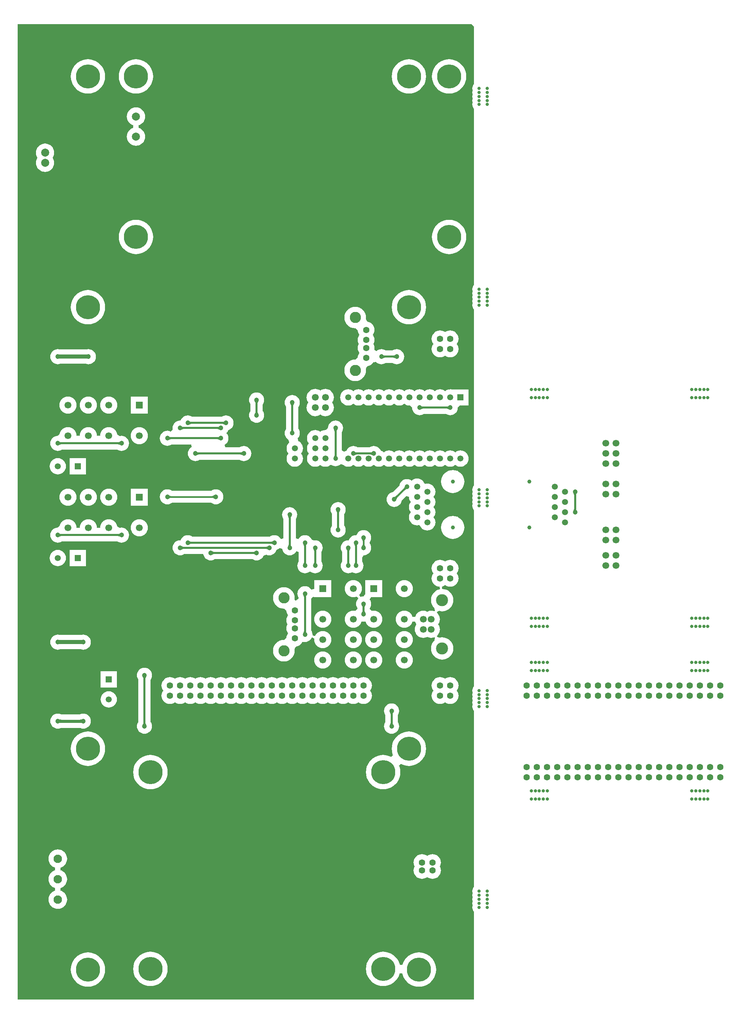
<source format=gtl>
G04 Layer_Physical_Order=1*
G04 Layer_Color=255*
%FSLAX44Y44*%
%MOMM*%
G71*
G01*
G75*
%ADD10C,1.0000*%
%ADD11C,0.5000*%
%ADD12C,0.4000*%
%ADD13C,0.8000*%
%ADD14C,0.8000*%
%ADD15C,1.6000*%
%ADD16C,1.5000*%
%ADD17R,1.5000X1.5000*%
%ADD18C,2.8000*%
%ADD19C,1.7000*%
%ADD20C,1.0000*%
%ADD21C,6.0000*%
%ADD22R,1.5000X1.5000*%
%ADD23C,2.1000*%
%ADD24R,1.7000X1.7000*%
%ADD25R,1.7000X1.7000*%
%ADD26C,2.0000*%
%ADD27C,3.0000*%
%ADD28C,1.2000*%
G36*
X1291567Y922848D02*
X1291618Y922271D01*
X1291703Y921722D01*
X1291822Y921202D01*
X1291975Y920710D01*
X1292162Y920248D01*
X1292383Y919814D01*
X1292638Y919409D01*
X1292927Y919033D01*
X1293250Y918685D01*
X1284850D01*
X1285173Y919033D01*
X1285462Y919409D01*
X1285717Y919814D01*
X1285938Y920248D01*
X1286125Y920710D01*
X1286278Y921202D01*
X1286397Y921722D01*
X1286482Y922271D01*
X1286533Y922848D01*
X1286550Y923454D01*
X1291550D01*
X1291567Y922848D01*
D02*
G37*
G36*
X1292927Y960567D02*
X1292638Y960191D01*
X1292383Y959786D01*
X1292162Y959352D01*
X1291975Y958890D01*
X1291822Y958398D01*
X1291703Y957878D01*
X1291618Y957329D01*
X1291567Y956752D01*
X1291550Y956146D01*
X1286550D01*
X1286533Y956752D01*
X1286482Y957329D01*
X1286397Y957878D01*
X1286278Y958398D01*
X1286125Y958890D01*
X1285938Y959352D01*
X1285717Y959786D01*
X1285462Y960191D01*
X1285173Y960567D01*
X1284850Y960915D01*
X1293250D01*
X1292927Y960567D01*
D02*
G37*
G36*
X1037187Y2123651D02*
Y1985000D01*
Y1983683D01*
X1037518Y1981166D01*
X1035413Y1978422D01*
X1033730Y1974360D01*
X1033156Y1970000D01*
X1033730Y1965640D01*
X1033995Y1965000D01*
X1033730Y1964360D01*
X1033156Y1960000D01*
X1033730Y1955640D01*
X1033995Y1955000D01*
X1033730Y1954360D01*
X1033156Y1950000D01*
X1033730Y1945640D01*
X1033995Y1945000D01*
X1033730Y1944360D01*
X1033156Y1940000D01*
X1033730Y1935640D01*
X1033995Y1935000D01*
X1033730Y1934360D01*
X1033156Y1930000D01*
X1033730Y1925640D01*
X1035413Y1921578D01*
X1037518Y1918834D01*
X1037187Y1916317D01*
Y1915000D01*
Y1485000D01*
Y1483683D01*
X1037518Y1481166D01*
X1035413Y1478422D01*
X1033730Y1474360D01*
X1033156Y1470000D01*
X1033730Y1465640D01*
X1033995Y1465000D01*
X1033730Y1464360D01*
X1033156Y1460000D01*
X1033730Y1455640D01*
X1033995Y1455000D01*
X1033730Y1454360D01*
X1033156Y1450000D01*
X1033730Y1445640D01*
X1033995Y1445000D01*
X1033730Y1444360D01*
X1033156Y1440000D01*
X1033730Y1435640D01*
X1033995Y1435000D01*
X1033730Y1434360D01*
X1033156Y1430000D01*
X1033730Y1425640D01*
X1035413Y1421578D01*
X1037518Y1418834D01*
X1037187Y1416317D01*
Y1415000D01*
Y985000D01*
Y983683D01*
X1037518Y981166D01*
X1035413Y978422D01*
X1033730Y974360D01*
X1033156Y970000D01*
X1033730Y965640D01*
X1033995Y965000D01*
X1033730Y964360D01*
X1033156Y960000D01*
X1033730Y955640D01*
X1033995Y955000D01*
X1033730Y954360D01*
X1033156Y950000D01*
X1033730Y945640D01*
X1033995Y945000D01*
X1033730Y944360D01*
X1033156Y940000D01*
X1033730Y935640D01*
X1033995Y935000D01*
X1033730Y934360D01*
X1033156Y930000D01*
X1033730Y925640D01*
X1035413Y921578D01*
X1037518Y918834D01*
X1037187Y916317D01*
Y915000D01*
Y485000D01*
Y483683D01*
X1037518Y481166D01*
X1035413Y478422D01*
X1033730Y474360D01*
X1033156Y470000D01*
X1033730Y465640D01*
X1033995Y465000D01*
X1033730Y464360D01*
X1033156Y460000D01*
X1033730Y455640D01*
X1033995Y455000D01*
X1033730Y454360D01*
X1033156Y450000D01*
X1033730Y445640D01*
X1033995Y445000D01*
X1033730Y444360D01*
X1033156Y440000D01*
X1033730Y435640D01*
X1033995Y435000D01*
X1033730Y434360D01*
X1033156Y430000D01*
X1033730Y425640D01*
X1035413Y421578D01*
X1037518Y418834D01*
X1037187Y416317D01*
Y415000D01*
Y-15000D01*
Y-16317D01*
X1037518Y-18834D01*
X1035413Y-21578D01*
X1033730Y-25640D01*
X1033156Y-30000D01*
X1033730Y-34360D01*
X1033995Y-35000D01*
X1033730Y-35640D01*
X1033156Y-40000D01*
X1033730Y-44360D01*
X1033995Y-45000D01*
X1033730Y-45640D01*
X1033156Y-50000D01*
X1033730Y-54360D01*
X1033995Y-55000D01*
X1033730Y-55640D01*
X1033156Y-60000D01*
X1033730Y-64360D01*
X1033995Y-65000D01*
X1033730Y-65640D01*
X1033156Y-70000D01*
X1033730Y-74360D01*
X1035413Y-78422D01*
X1037518Y-81166D01*
X1037187Y-83683D01*
Y-85000D01*
Y-299999D01*
X-99988Y-299998D01*
X-100000Y2130000D01*
X1030837Y2130001D01*
X1037187Y2123651D01*
D02*
G37*
%LPC*%
G36*
X660400Y567402D02*
X656244Y566993D01*
X652248Y565781D01*
X648565Y563812D01*
X645337Y561163D01*
X642688Y557935D01*
X640719Y554252D01*
X639507Y550256D01*
X639098Y546100D01*
X639507Y541944D01*
X640719Y537948D01*
X642688Y534265D01*
X645337Y531037D01*
X648565Y528388D01*
X652248Y526419D01*
X656244Y525207D01*
X660400Y524798D01*
X664556Y525207D01*
X668552Y526419D01*
X672235Y528388D01*
X675463Y531037D01*
X678112Y534265D01*
X680081Y537948D01*
X681293Y541944D01*
X681702Y546100D01*
X681293Y550256D01*
X680081Y554252D01*
X678112Y557935D01*
X675463Y561163D01*
X672235Y563812D01*
X668552Y565781D01*
X664556Y566993D01*
X660400Y567402D01*
D02*
G37*
G36*
X984250Y1019438D02*
X978624Y1018884D01*
X973214Y1017243D01*
X968228Y1014578D01*
X963858Y1010992D01*
X960271Y1006622D01*
X957606Y1001636D01*
X955965Y996226D01*
X955411Y990600D01*
X955965Y984973D01*
X957606Y979563D01*
X960271Y974578D01*
X963858Y970207D01*
X968228Y966621D01*
X973214Y963956D01*
X978624Y962315D01*
X984250Y961761D01*
X989876Y962315D01*
X995286Y963956D01*
X1000272Y966621D01*
X1004642Y970207D01*
X1008229Y974578D01*
X1010894Y979563D01*
X1012535Y984973D01*
X1013089Y990600D01*
X1012535Y996226D01*
X1010894Y1001636D01*
X1008229Y1006622D01*
X1004642Y1010992D01*
X1000272Y1014578D01*
X995286Y1017243D01*
X989876Y1018884D01*
X984250Y1019438D01*
D02*
G37*
G36*
X393700Y971291D02*
X390034Y970929D01*
X386509Y969860D01*
X383261Y968124D01*
X382290Y967327D01*
X284460D01*
X283489Y968124D01*
X280241Y969860D01*
X276716Y970929D01*
X273050Y971291D01*
X269384Y970929D01*
X265859Y969860D01*
X262611Y968124D01*
X259763Y965787D01*
X257426Y962939D01*
X255690Y959691D01*
X254621Y956166D01*
X254259Y952500D01*
X254621Y948834D01*
X255690Y945309D01*
X257426Y942061D01*
X259763Y939213D01*
X262611Y936876D01*
X265859Y935140D01*
X269384Y934071D01*
X273050Y933709D01*
X276716Y934071D01*
X280241Y935140D01*
X283489Y936876D01*
X284460Y937673D01*
X382290D01*
X383261Y936876D01*
X386509Y935140D01*
X390034Y934071D01*
X393700Y933709D01*
X397366Y934071D01*
X400891Y935140D01*
X404139Y936876D01*
X406987Y939213D01*
X409324Y942061D01*
X411060Y945309D01*
X412129Y948834D01*
X412491Y952500D01*
X412129Y956166D01*
X411060Y959691D01*
X409324Y962939D01*
X406987Y965787D01*
X404139Y968124D01*
X400891Y969860D01*
X397366Y970929D01*
X393700Y971291D01*
D02*
G37*
G36*
X863600Y567402D02*
X859444Y566993D01*
X855448Y565781D01*
X851765Y563812D01*
X848537Y561163D01*
X845888Y557935D01*
X843919Y554252D01*
X842707Y550256D01*
X842298Y546100D01*
X842707Y541944D01*
X843919Y537948D01*
X845888Y534265D01*
X848537Y531037D01*
X851765Y528388D01*
X855448Y526419D01*
X859444Y525207D01*
X863600Y524798D01*
X867756Y525207D01*
X871752Y526419D01*
X875435Y528388D01*
X878663Y531037D01*
X881312Y534265D01*
X883281Y537948D01*
X884493Y541944D01*
X884902Y546100D01*
X884493Y550256D01*
X883281Y554252D01*
X881312Y557935D01*
X878663Y561163D01*
X875435Y563812D01*
X871752Y565781D01*
X867756Y566993D01*
X863600Y567402D01*
D02*
G37*
G36*
X224400Y972900D02*
X182000D01*
Y930500D01*
X224400D01*
Y972900D01*
D02*
G37*
G36*
X736600Y567402D02*
X732444Y566993D01*
X728448Y565781D01*
X724765Y563812D01*
X721537Y561163D01*
X718888Y557935D01*
X716919Y554252D01*
X715707Y550256D01*
X715297Y546100D01*
X715707Y541944D01*
X716919Y537948D01*
X718888Y534265D01*
X721537Y531037D01*
X724765Y528388D01*
X728448Y526419D01*
X732444Y525207D01*
X736600Y524798D01*
X740756Y525207D01*
X744752Y526419D01*
X748435Y528388D01*
X751663Y531037D01*
X754312Y534265D01*
X756281Y537948D01*
X757493Y541944D01*
X757903Y546100D01*
X757493Y550256D01*
X756281Y554252D01*
X754312Y557935D01*
X751663Y561163D01*
X748435Y563812D01*
X744752Y565781D01*
X740756Y566993D01*
X736600Y567402D01*
D02*
G37*
G36*
X787400D02*
X783244Y566993D01*
X779248Y565781D01*
X775565Y563812D01*
X772337Y561163D01*
X769688Y557935D01*
X767719Y554252D01*
X766507Y550256D01*
X766097Y546100D01*
X766507Y541944D01*
X767719Y537948D01*
X769688Y534265D01*
X772337Y531037D01*
X775565Y528388D01*
X779248Y526419D01*
X783244Y525207D01*
X787400Y524798D01*
X791556Y525207D01*
X795552Y526419D01*
X799235Y528388D01*
X802463Y531037D01*
X805112Y534265D01*
X807081Y537948D01*
X808293Y541944D01*
X808702Y546100D01*
X808293Y550256D01*
X807081Y554252D01*
X805112Y557935D01*
X802463Y561163D01*
X799235Y563812D01*
X795552Y565781D01*
X791556Y566993D01*
X787400Y567402D01*
D02*
G37*
G36*
X70200Y820300D02*
X29800D01*
Y779900D01*
X70200D01*
Y820300D01*
D02*
G37*
G36*
X762000Y503400D02*
X757942Y503000D01*
X754040Y501817D01*
X750444Y499895D01*
X749300Y498956D01*
X748156Y499895D01*
X744560Y501817D01*
X740658Y503000D01*
X736600Y503400D01*
X732542Y503000D01*
X728640Y501817D01*
X725044Y499895D01*
X723900Y498956D01*
X722756Y499895D01*
X719160Y501817D01*
X715258Y503000D01*
X711200Y503400D01*
X707142Y503000D01*
X703240Y501817D01*
X699644Y499895D01*
X698500Y498956D01*
X697356Y499895D01*
X693760Y501817D01*
X689858Y503000D01*
X685800Y503400D01*
X681742Y503000D01*
X677840Y501817D01*
X674244Y499895D01*
X673100Y498956D01*
X671956Y499895D01*
X668360Y501817D01*
X664458Y503000D01*
X660400Y503400D01*
X656342Y503000D01*
X652440Y501817D01*
X648844Y499895D01*
X647700Y498956D01*
X646556Y499895D01*
X642960Y501817D01*
X639058Y503000D01*
X635000Y503400D01*
X630942Y503000D01*
X627040Y501817D01*
X623444Y499895D01*
X622300Y498956D01*
X621156Y499895D01*
X617560Y501817D01*
X613658Y503000D01*
X609600Y503400D01*
X605542Y503000D01*
X601640Y501817D01*
X598044Y499895D01*
X596900Y498956D01*
X595756Y499895D01*
X592160Y501817D01*
X588258Y503000D01*
X584200Y503400D01*
X580142Y503000D01*
X576240Y501817D01*
X572644Y499895D01*
X571500Y498956D01*
X570356Y499895D01*
X566760Y501817D01*
X562858Y503000D01*
X558800Y503400D01*
X554742Y503000D01*
X550840Y501817D01*
X547244Y499895D01*
X546100Y498956D01*
X544956Y499895D01*
X541360Y501817D01*
X537458Y503000D01*
X533400Y503400D01*
X529342Y503000D01*
X525440Y501817D01*
X521844Y499895D01*
X520700Y498956D01*
X519556Y499895D01*
X515960Y501817D01*
X512058Y503000D01*
X508000Y503400D01*
X503942Y503000D01*
X500040Y501817D01*
X496444Y499895D01*
X495300Y498956D01*
X494156Y499895D01*
X490560Y501817D01*
X486658Y503000D01*
X482600Y503400D01*
X478542Y503000D01*
X474640Y501817D01*
X471044Y499895D01*
X469900Y498956D01*
X468756Y499895D01*
X465160Y501817D01*
X461258Y503000D01*
X457200Y503400D01*
X453142Y503000D01*
X449240Y501817D01*
X445644Y499895D01*
X444500Y498956D01*
X443356Y499895D01*
X439760Y501817D01*
X435858Y503000D01*
X431800Y503400D01*
X427742Y503000D01*
X423840Y501817D01*
X420244Y499895D01*
X419100Y498956D01*
X417956Y499895D01*
X414360Y501817D01*
X410458Y503000D01*
X406400Y503400D01*
X402342Y503000D01*
X398440Y501817D01*
X394844Y499895D01*
X393700Y498956D01*
X392556Y499895D01*
X388960Y501817D01*
X385058Y503000D01*
X381000Y503400D01*
X376942Y503000D01*
X373040Y501817D01*
X369444Y499895D01*
X368300Y498956D01*
X367156Y499895D01*
X363560Y501817D01*
X359658Y503000D01*
X355600Y503400D01*
X351542Y503000D01*
X347640Y501817D01*
X344044Y499895D01*
X342900Y498956D01*
X341756Y499895D01*
X338160Y501817D01*
X334258Y503000D01*
X330200Y503400D01*
X326142Y503000D01*
X322240Y501817D01*
X318644Y499895D01*
X317500Y498956D01*
X316356Y499895D01*
X312760Y501817D01*
X308858Y503000D01*
X304800Y503400D01*
X300742Y503000D01*
X296840Y501817D01*
X293244Y499895D01*
X292100Y498956D01*
X290956Y499895D01*
X287360Y501817D01*
X283458Y503000D01*
X279400Y503400D01*
X275342Y503000D01*
X271440Y501817D01*
X267844Y499895D01*
X264692Y497308D01*
X262105Y494156D01*
X260183Y490560D01*
X259000Y486658D01*
X258600Y482600D01*
X259000Y478542D01*
X260183Y474640D01*
X262105Y471044D01*
X263044Y469900D01*
X262105Y468756D01*
X260183Y465160D01*
X259000Y461258D01*
X258600Y457200D01*
X259000Y453142D01*
X260183Y449240D01*
X262105Y445644D01*
X264692Y442492D01*
X267844Y439905D01*
X271440Y437983D01*
X275342Y436800D01*
X279400Y436400D01*
X283458Y436800D01*
X287360Y437983D01*
X290956Y439905D01*
X292100Y440844D01*
X293244Y439905D01*
X296840Y437983D01*
X300742Y436800D01*
X304800Y436400D01*
X308858Y436800D01*
X312760Y437983D01*
X316356Y439905D01*
X317500Y440844D01*
X318644Y439905D01*
X322240Y437983D01*
X326142Y436800D01*
X330200Y436400D01*
X334258Y436800D01*
X338160Y437983D01*
X341756Y439905D01*
X342900Y440844D01*
X344044Y439905D01*
X347640Y437983D01*
X351542Y436800D01*
X355600Y436400D01*
X359658Y436800D01*
X363560Y437983D01*
X367156Y439905D01*
X368300Y440844D01*
X369444Y439905D01*
X373040Y437983D01*
X376942Y436800D01*
X381000Y436400D01*
X385058Y436800D01*
X388960Y437983D01*
X392556Y439905D01*
X393700Y440844D01*
X394844Y439905D01*
X398440Y437983D01*
X402342Y436800D01*
X406400Y436400D01*
X410458Y436800D01*
X414360Y437983D01*
X417956Y439905D01*
X419100Y440844D01*
X420244Y439905D01*
X423840Y437983D01*
X427742Y436800D01*
X431800Y436400D01*
X435858Y436800D01*
X439760Y437983D01*
X443356Y439905D01*
X444500Y440844D01*
X445644Y439905D01*
X449240Y437983D01*
X453142Y436800D01*
X457200Y436400D01*
X461258Y436800D01*
X465160Y437983D01*
X468756Y439905D01*
X469900Y440844D01*
X471044Y439905D01*
X474640Y437983D01*
X478542Y436800D01*
X482600Y436400D01*
X486658Y436800D01*
X490560Y437983D01*
X494156Y439905D01*
X495300Y440844D01*
X496444Y439905D01*
X500040Y437983D01*
X503942Y436800D01*
X508000Y436400D01*
X512058Y436800D01*
X515960Y437983D01*
X519556Y439905D01*
X520700Y440844D01*
X521844Y439905D01*
X525440Y437983D01*
X529342Y436800D01*
X533400Y436400D01*
X537458Y436800D01*
X541360Y437983D01*
X544956Y439905D01*
X546100Y440844D01*
X547244Y439905D01*
X550840Y437983D01*
X554742Y436800D01*
X558800Y436400D01*
X562858Y436800D01*
X566760Y437983D01*
X570356Y439905D01*
X571500Y440844D01*
X572644Y439905D01*
X576240Y437983D01*
X580142Y436800D01*
X584200Y436400D01*
X588258Y436800D01*
X592160Y437983D01*
X595756Y439905D01*
X596900Y440844D01*
X598044Y439905D01*
X601640Y437983D01*
X605542Y436800D01*
X609600Y436400D01*
X613658Y436800D01*
X617560Y437983D01*
X621156Y439905D01*
X622300Y440844D01*
X623444Y439905D01*
X627040Y437983D01*
X630942Y436800D01*
X635000Y436400D01*
X639058Y436800D01*
X642960Y437983D01*
X646556Y439905D01*
X647700Y440844D01*
X648844Y439905D01*
X652440Y437983D01*
X656342Y436800D01*
X660400Y436400D01*
X664458Y436800D01*
X668360Y437983D01*
X671956Y439905D01*
X673100Y440844D01*
X674244Y439905D01*
X677840Y437983D01*
X681742Y436800D01*
X685800Y436400D01*
X689858Y436800D01*
X693760Y437983D01*
X697356Y439905D01*
X698500Y440844D01*
X699644Y439905D01*
X703240Y437983D01*
X707142Y436800D01*
X711200Y436400D01*
X715258Y436800D01*
X719160Y437983D01*
X722756Y439905D01*
X723900Y440844D01*
X725044Y439905D01*
X728640Y437983D01*
X732542Y436800D01*
X736600Y436400D01*
X740658Y436800D01*
X744560Y437983D01*
X748156Y439905D01*
X749300Y440844D01*
X750444Y439905D01*
X754040Y437983D01*
X757942Y436800D01*
X762000Y436400D01*
X766058Y436800D01*
X769960Y437983D01*
X773556Y439905D01*
X776708Y442492D01*
X779295Y445644D01*
X781217Y449240D01*
X782401Y453142D01*
X782800Y457200D01*
X782401Y461258D01*
X781217Y465160D01*
X779295Y468756D01*
X778356Y469900D01*
X779295Y471044D01*
X781217Y474640D01*
X782401Y478542D01*
X782800Y482600D01*
X782401Y486658D01*
X781217Y490560D01*
X779295Y494156D01*
X776708Y497308D01*
X773556Y499895D01*
X769960Y501817D01*
X766058Y503000D01*
X762000Y503400D01*
D02*
G37*
G36*
X147200Y518040D02*
X106800D01*
Y477640D01*
X147200D01*
Y518040D01*
D02*
G37*
G36*
X63500Y412491D02*
X59834Y412129D01*
X56309Y411060D01*
X55344Y410544D01*
X8156D01*
X7191Y411060D01*
X3666Y412129D01*
X0Y412491D01*
X-3666Y412129D01*
X-7191Y411060D01*
X-10439Y409324D01*
X-13287Y406987D01*
X-15624Y404139D01*
X-17360Y400891D01*
X-18429Y397366D01*
X-18791Y393700D01*
X-18429Y390034D01*
X-17360Y386509D01*
X-15624Y383261D01*
X-13287Y380413D01*
X-10439Y378076D01*
X-7191Y376340D01*
X-3666Y375271D01*
X0Y374910D01*
X3666Y375271D01*
X7191Y376340D01*
X8156Y376856D01*
X55344D01*
X56309Y376340D01*
X59834Y375271D01*
X63500Y374910D01*
X67166Y375271D01*
X70691Y376340D01*
X73939Y378076D01*
X76787Y380413D01*
X79124Y383261D01*
X80860Y386509D01*
X81929Y390034D01*
X82290Y393700D01*
X81929Y397366D01*
X80860Y400891D01*
X79124Y404139D01*
X76787Y406987D01*
X73939Y409324D01*
X70691Y411060D01*
X67166Y412129D01*
X63500Y412491D01*
D02*
G37*
G36*
X127000Y468138D02*
X123040Y467748D01*
X119232Y466593D01*
X115723Y464717D01*
X112647Y462193D01*
X110123Y459117D01*
X108247Y455608D01*
X107092Y451800D01*
X106702Y447840D01*
X107092Y443880D01*
X108247Y440072D01*
X110123Y436563D01*
X112647Y433487D01*
X115723Y430963D01*
X119232Y429087D01*
X123040Y427932D01*
X127000Y427542D01*
X130960Y427932D01*
X134768Y429087D01*
X138277Y430963D01*
X141353Y433487D01*
X143877Y436563D01*
X145753Y440072D01*
X146908Y443880D01*
X147298Y447840D01*
X146908Y451800D01*
X145753Y455608D01*
X143877Y459117D01*
X141353Y462193D01*
X138277Y464717D01*
X134768Y466593D01*
X130960Y467748D01*
X127000Y468138D01*
D02*
G37*
G36*
X0Y1048998D02*
X-3960Y1048608D01*
X-7768Y1047453D01*
X-11277Y1045577D01*
X-14353Y1043053D01*
X-16877Y1039977D01*
X-18753Y1036468D01*
X-19908Y1032660D01*
X-20298Y1028700D01*
X-19908Y1024740D01*
X-18753Y1020932D01*
X-16877Y1017423D01*
X-14353Y1014347D01*
X-11277Y1011823D01*
X-7768Y1009947D01*
X-3960Y1008792D01*
X0Y1008402D01*
X3960Y1008792D01*
X7768Y1009947D01*
X11277Y1011823D01*
X14353Y1014347D01*
X16877Y1017423D01*
X18753Y1020932D01*
X19908Y1024740D01*
X20298Y1028700D01*
X19908Y1032660D01*
X18753Y1036468D01*
X16877Y1039977D01*
X14353Y1043053D01*
X11277Y1045577D01*
X7768Y1047453D01*
X3960Y1048608D01*
X0Y1048998D01*
D02*
G37*
G36*
X895350Y998197D02*
X891390Y997807D01*
X887582Y996652D01*
X884073Y994777D01*
X881468Y992638D01*
X880389Y993524D01*
X877141Y995260D01*
X873616Y996329D01*
X869950Y996691D01*
X866284Y996329D01*
X862759Y995260D01*
X859511Y993524D01*
X856663Y991187D01*
X854326Y988339D01*
X852590Y985091D01*
X851521Y981566D01*
X851475Y981107D01*
X834993Y964625D01*
X834534Y964579D01*
X831009Y963510D01*
X827761Y961774D01*
X824913Y959437D01*
X822576Y956589D01*
X820840Y953341D01*
X819771Y949816D01*
X819409Y946150D01*
X819771Y942484D01*
X820840Y938959D01*
X822576Y935711D01*
X824913Y932863D01*
X827761Y930526D01*
X831009Y928790D01*
X834534Y927721D01*
X838200Y927359D01*
X841866Y927721D01*
X845391Y928790D01*
X848639Y930526D01*
X851487Y932863D01*
X853824Y935711D01*
X855560Y938959D01*
X856629Y942484D01*
X856675Y942943D01*
X868938Y955207D01*
X874685Y952662D01*
X875067Y952355D01*
X875442Y948540D01*
X876597Y944732D01*
X878473Y941223D01*
X879641Y939800D01*
X878473Y938376D01*
X876597Y934867D01*
X875442Y931059D01*
X875052Y927100D01*
X875442Y923140D01*
X876597Y919332D01*
X878473Y915823D01*
X879641Y914399D01*
X878473Y912976D01*
X876597Y909467D01*
X875442Y905659D01*
X875052Y901700D01*
X875442Y897740D01*
X876597Y893932D01*
X878473Y890423D01*
X880997Y887347D01*
X884073Y884823D01*
X887582Y882947D01*
X891390Y881792D01*
X895350Y881402D01*
X899310Y881792D01*
X901615Y882491D01*
X901997Y881232D01*
X903873Y877723D01*
X906397Y874647D01*
X909473Y872123D01*
X912982Y870247D01*
X916790Y869092D01*
X920750Y868702D01*
X924710Y869092D01*
X928518Y870247D01*
X932027Y872123D01*
X935103Y874647D01*
X937627Y877723D01*
X939503Y881232D01*
X940658Y885040D01*
X941048Y888999D01*
X940658Y892959D01*
X939503Y896767D01*
X937627Y900276D01*
X936459Y901700D01*
X937627Y903123D01*
X939503Y906632D01*
X940658Y910440D01*
X941048Y914400D01*
X940658Y918360D01*
X939503Y922167D01*
X937627Y925676D01*
X936459Y927100D01*
X937627Y928523D01*
X939503Y932032D01*
X940658Y935840D01*
X941048Y939800D01*
X940658Y943760D01*
X939503Y947567D01*
X937627Y951076D01*
X936475Y952480D01*
X937627Y953883D01*
X939503Y957392D01*
X940658Y961200D01*
X941048Y965160D01*
X940658Y969119D01*
X939503Y972927D01*
X937627Y976436D01*
X935103Y979512D01*
X932027Y982037D01*
X928518Y983912D01*
X924710Y985067D01*
X920750Y985457D01*
X916790Y985067D01*
X914496Y984371D01*
X914103Y985667D01*
X912227Y989176D01*
X909703Y992252D01*
X906627Y994777D01*
X903118Y996652D01*
X899310Y997807D01*
X895350Y998197D01*
D02*
G37*
G36*
X70200Y1048900D02*
X29800D01*
Y1008500D01*
X70200D01*
Y1048900D01*
D02*
G37*
G36*
X977900Y503400D02*
X973842Y503000D01*
X969940Y501817D01*
X966344Y499895D01*
X965200Y498956D01*
X964056Y499895D01*
X960460Y501817D01*
X956558Y503000D01*
X952500Y503400D01*
X948442Y503000D01*
X944540Y501817D01*
X940944Y499895D01*
X937792Y497308D01*
X935205Y494156D01*
X933283Y490560D01*
X932100Y486658D01*
X931700Y482600D01*
X932100Y478542D01*
X933283Y474640D01*
X935205Y471044D01*
X936144Y469900D01*
X935205Y468756D01*
X933283Y465160D01*
X932100Y461258D01*
X931700Y457200D01*
X932100Y453142D01*
X933283Y449240D01*
X935205Y445644D01*
X937792Y442492D01*
X940944Y439905D01*
X944540Y437983D01*
X948442Y436800D01*
X952500Y436400D01*
X956558Y436800D01*
X960460Y437983D01*
X964056Y439905D01*
X965200Y440844D01*
X966344Y439905D01*
X969940Y437983D01*
X973842Y436800D01*
X977900Y436400D01*
X981958Y436800D01*
X985860Y437983D01*
X989456Y439905D01*
X992608Y442492D01*
X995195Y445644D01*
X997117Y449240D01*
X998300Y453142D01*
X998700Y457200D01*
X998300Y461258D01*
X997117Y465160D01*
X995195Y468756D01*
X994256Y469900D01*
X995195Y471044D01*
X997117Y474640D01*
X998300Y478542D01*
X998700Y482600D01*
X998300Y486658D01*
X997117Y490560D01*
X995195Y494156D01*
X992608Y497308D01*
X989456Y499895D01*
X985860Y501817D01*
X981958Y503000D01*
X977900Y503400D01*
D02*
G37*
G36*
X584200Y1206240D02*
X580534Y1205879D01*
X577009Y1204810D01*
X573761Y1203074D01*
X570913Y1200737D01*
X568576Y1197889D01*
X566840Y1194641D01*
X565771Y1191116D01*
X565410Y1187450D01*
X565771Y1183784D01*
X566840Y1180259D01*
X568576Y1177011D01*
X568869Y1176654D01*
Y1122046D01*
X568576Y1121689D01*
X566840Y1118441D01*
X565771Y1114916D01*
X565410Y1111250D01*
X565771Y1107584D01*
X566840Y1104059D01*
X568576Y1100811D01*
X570913Y1097963D01*
X573761Y1095626D01*
X575169Y1094874D01*
X576455Y1089530D01*
X576197Y1087503D01*
X573673Y1084427D01*
X571797Y1080918D01*
X570642Y1077110D01*
X570252Y1073150D01*
X570642Y1069190D01*
X571797Y1065382D01*
X573673Y1061873D01*
X574841Y1060450D01*
X573673Y1059027D01*
X571797Y1055518D01*
X570642Y1051710D01*
X570252Y1047750D01*
X570642Y1043790D01*
X571797Y1039982D01*
X573673Y1036473D01*
X576197Y1033397D01*
X579273Y1030873D01*
X582782Y1028997D01*
X586590Y1027842D01*
X590550Y1027452D01*
X594510Y1027842D01*
X598318Y1028997D01*
X601827Y1030873D01*
X604903Y1033397D01*
X607427Y1036473D01*
X609303Y1039982D01*
X610458Y1043790D01*
X610848Y1047750D01*
X610458Y1051710D01*
X609303Y1055518D01*
X607427Y1059027D01*
X606259Y1060450D01*
X607427Y1061873D01*
X609303Y1065382D01*
X610458Y1069190D01*
X610848Y1073150D01*
X610458Y1077110D01*
X609303Y1080918D01*
X607427Y1084427D01*
X604903Y1087503D01*
X601827Y1090027D01*
X599404Y1091322D01*
X598170Y1095357D01*
X598031Y1098625D01*
X599824Y1100811D01*
X601560Y1104059D01*
X602629Y1107584D01*
X602990Y1111250D01*
X602629Y1114916D01*
X601560Y1118441D01*
X599824Y1121689D01*
X599531Y1122046D01*
Y1176654D01*
X599824Y1177011D01*
X601560Y1180259D01*
X602629Y1183784D01*
X602990Y1187450D01*
X602629Y1191116D01*
X601560Y1194641D01*
X599824Y1197889D01*
X597487Y1200737D01*
X594639Y1203074D01*
X591391Y1204810D01*
X587866Y1205879D01*
X584200Y1206240D01*
D02*
G37*
G36*
X698500Y939540D02*
X694834Y939179D01*
X691309Y938110D01*
X688061Y936374D01*
X685213Y934037D01*
X682876Y931189D01*
X681140Y927941D01*
X680071Y924416D01*
X679709Y920750D01*
X680071Y917084D01*
X681140Y913559D01*
X682876Y910311D01*
X683169Y909954D01*
Y880746D01*
X682876Y880389D01*
X681140Y877141D01*
X680071Y873616D01*
X679709Y869950D01*
X680071Y866284D01*
X681140Y862759D01*
X682876Y859511D01*
X685213Y856663D01*
X688061Y854326D01*
X691309Y852590D01*
X694834Y851521D01*
X698500Y851160D01*
X702166Y851521D01*
X705691Y852590D01*
X708939Y854326D01*
X711787Y856663D01*
X714124Y859511D01*
X715860Y862759D01*
X716929Y866284D01*
X717290Y869950D01*
X716929Y873616D01*
X715860Y877141D01*
X714124Y880389D01*
X713831Y880746D01*
Y909954D01*
X714124Y910311D01*
X715860Y913559D01*
X716929Y917084D01*
X717290Y920750D01*
X716929Y924416D01*
X715860Y927941D01*
X714124Y931189D01*
X711787Y934037D01*
X708939Y936374D01*
X705691Y938110D01*
X702166Y939179D01*
X698500Y939540D01*
D02*
G37*
G36*
X984250Y905138D02*
X978624Y904584D01*
X973214Y902943D01*
X968228Y900278D01*
X963858Y896692D01*
X960271Y892322D01*
X957606Y887336D01*
X955965Y881926D01*
X955411Y876300D01*
X955965Y870673D01*
X957606Y865263D01*
X960271Y860277D01*
X963858Y855907D01*
X968228Y852321D01*
X973214Y849656D01*
X978624Y848015D01*
X984250Y847461D01*
X989876Y848015D01*
X995286Y849656D01*
X1000272Y852321D01*
X1004642Y855907D01*
X1008229Y860277D01*
X1010894Y865263D01*
X1012535Y870673D01*
X1013089Y876300D01*
X1012535Y881926D01*
X1010894Y887336D01*
X1008229Y892322D01*
X1004642Y896692D01*
X1000272Y900278D01*
X995286Y902943D01*
X989876Y904584D01*
X984250Y905138D01*
D02*
G37*
G36*
X63500Y609341D02*
X59834Y608979D01*
X57712Y608336D01*
X5788D01*
X3666Y608979D01*
X0Y609341D01*
X-3666Y608979D01*
X-7191Y607910D01*
X-10439Y606174D01*
X-13287Y603837D01*
X-15624Y600989D01*
X-17360Y597741D01*
X-18429Y594216D01*
X-18791Y590550D01*
X-18429Y586884D01*
X-17360Y583359D01*
X-15624Y580111D01*
X-13287Y577263D01*
X-10439Y574926D01*
X-7191Y573190D01*
X-3666Y572121D01*
X0Y571759D01*
X3666Y572121D01*
X5788Y572764D01*
X57712D01*
X59834Y572121D01*
X63500Y571759D01*
X67166Y572121D01*
X70691Y573190D01*
X73939Y574926D01*
X76787Y577263D01*
X79124Y580111D01*
X80860Y583359D01*
X81929Y586884D01*
X82290Y590550D01*
X81929Y594216D01*
X80860Y597741D01*
X79124Y600989D01*
X76787Y603837D01*
X73939Y606174D01*
X70691Y607910D01*
X67166Y608979D01*
X63500Y609341D01*
D02*
G37*
G36*
X0Y820398D02*
X-3960Y820008D01*
X-7768Y818853D01*
X-11277Y816977D01*
X-14353Y814453D01*
X-16877Y811377D01*
X-18753Y807868D01*
X-19908Y804060D01*
X-20298Y800100D01*
X-19908Y796140D01*
X-18753Y792332D01*
X-16877Y788823D01*
X-14353Y785747D01*
X-11277Y783223D01*
X-7768Y781347D01*
X-3960Y780192D01*
X0Y779802D01*
X3960Y780192D01*
X7768Y781347D01*
X11277Y783223D01*
X14353Y785747D01*
X16877Y788823D01*
X18753Y792332D01*
X19908Y796140D01*
X20298Y800100D01*
X19908Y804060D01*
X18753Y807868D01*
X16877Y811377D01*
X14353Y814453D01*
X11277Y816977D01*
X7768Y818853D01*
X3960Y820008D01*
X0Y820398D01*
D02*
G37*
G36*
X577850Y926841D02*
X574184Y926479D01*
X570659Y925410D01*
X567411Y923674D01*
X564563Y921337D01*
X562226Y918489D01*
X560490Y915241D01*
X559421Y911716D01*
X559059Y908050D01*
X559421Y904384D01*
X560490Y900859D01*
X562226Y897611D01*
X562519Y897254D01*
Y848742D01*
X556169Y847152D01*
X555374Y848639D01*
X553037Y851487D01*
X550189Y853824D01*
X546941Y855560D01*
X543416Y856629D01*
X539750Y856991D01*
X536084Y856629D01*
X532559Y855560D01*
X529311Y853824D01*
X528954Y853531D01*
X334646D01*
X334289Y853824D01*
X331041Y855560D01*
X327516Y856629D01*
X323850Y856991D01*
X320184Y856629D01*
X316659Y855560D01*
X313411Y853824D01*
X310563Y851487D01*
X308226Y848639D01*
X306490Y845391D01*
X306117Y844161D01*
X304800Y844290D01*
X301134Y843929D01*
X297609Y842860D01*
X294361Y841124D01*
X291513Y838787D01*
X289176Y835939D01*
X287440Y832691D01*
X286371Y829166D01*
X286010Y825500D01*
X286371Y821834D01*
X287440Y818309D01*
X289176Y815061D01*
X291513Y812213D01*
X294361Y809876D01*
X297609Y808140D01*
X301134Y807071D01*
X304800Y806710D01*
X308466Y807071D01*
X311991Y808140D01*
X315239Y809876D01*
X315596Y810169D01*
X362469D01*
X362571Y809134D01*
X363640Y805609D01*
X365376Y802361D01*
X367713Y799513D01*
X370561Y797176D01*
X373809Y795440D01*
X377334Y794371D01*
X381000Y794009D01*
X384666Y794371D01*
X388191Y795440D01*
X391439Y797176D01*
X391796Y797469D01*
X484504D01*
X484861Y797176D01*
X488109Y795440D01*
X491634Y794371D01*
X495300Y794009D01*
X498966Y794371D01*
X502491Y795440D01*
X505739Y797176D01*
X508587Y799513D01*
X510924Y802361D01*
X512398Y805119D01*
X512916Y805704D01*
X519618Y808182D01*
X519852Y808144D01*
X519859Y808140D01*
X523384Y807071D01*
X527050Y806710D01*
X530716Y807071D01*
X534241Y808140D01*
X537489Y809876D01*
X540337Y812213D01*
X542674Y815061D01*
X544410Y818309D01*
X544999Y820251D01*
X546941Y820840D01*
X550189Y822576D01*
X552759Y824685D01*
X554013Y824554D01*
X559346Y822591D01*
X559421Y821834D01*
X560490Y818309D01*
X562226Y815061D01*
X564563Y812213D01*
X567411Y809876D01*
X570659Y808140D01*
X574184Y807071D01*
X577850Y806710D01*
X581516Y807071D01*
X585041Y808140D01*
X588289Y809876D01*
X591137Y812213D01*
X593474Y815061D01*
X594269Y816548D01*
X600619Y814958D01*
Y791846D01*
X600326Y791489D01*
X598590Y788241D01*
X597521Y784716D01*
X597160Y781050D01*
X597521Y777384D01*
X598590Y773859D01*
X600326Y770611D01*
X602663Y767763D01*
X605511Y765426D01*
X608759Y763690D01*
X612284Y762621D01*
X615950Y762260D01*
X619616Y762621D01*
X623141Y763690D01*
X626389Y765426D01*
X628650Y767281D01*
X630911Y765426D01*
X634159Y763690D01*
X637684Y762621D01*
X641350Y762260D01*
X645016Y762621D01*
X648541Y763690D01*
X651789Y765426D01*
X654637Y767763D01*
X656974Y770611D01*
X658710Y773859D01*
X659779Y777384D01*
X660141Y781050D01*
X659779Y784716D01*
X658710Y788241D01*
X656974Y791489D01*
X656681Y791846D01*
Y814704D01*
X656974Y815061D01*
X658710Y818309D01*
X659779Y821834D01*
X660141Y825500D01*
X659779Y829166D01*
X658710Y832691D01*
X656974Y835939D01*
X654637Y838787D01*
X651789Y841124D01*
X648541Y842860D01*
X645016Y843929D01*
X641350Y844290D01*
X637684Y843929D01*
X633310Y845391D01*
X631574Y848639D01*
X629237Y851487D01*
X626389Y853824D01*
X623141Y855560D01*
X619616Y856629D01*
X615950Y856991D01*
X612284Y856629D01*
X608759Y855560D01*
X605511Y853824D01*
X602663Y851487D01*
X600326Y848639D01*
X599531Y847152D01*
X593181Y848742D01*
Y897254D01*
X593474Y897611D01*
X595210Y900859D01*
X596279Y904384D01*
X596641Y908050D01*
X596279Y911716D01*
X595210Y915241D01*
X593474Y918489D01*
X591137Y921337D01*
X588289Y923674D01*
X585041Y925410D01*
X581516Y926479D01*
X577850Y926841D01*
D02*
G37*
G36*
X736600Y745202D02*
X732444Y744793D01*
X728448Y743581D01*
X724765Y741612D01*
X721537Y738963D01*
X718888Y735735D01*
X716919Y732052D01*
X715707Y728056D01*
X715297Y723900D01*
X715707Y719744D01*
X716919Y715748D01*
X718888Y712065D01*
X721537Y708837D01*
X724765Y706188D01*
X728448Y704219D01*
X732444Y703007D01*
X736600Y702598D01*
X740756Y703007D01*
X744752Y704219D01*
X745340Y704533D01*
X748885Y699228D01*
X748713Y699087D01*
X746376Y696239D01*
X744640Y692991D01*
X743571Y689466D01*
X743210Y685800D01*
X743571Y682134D01*
X744640Y678609D01*
X746376Y675361D01*
X746669Y675004D01*
Y673314D01*
X741489Y668371D01*
X740756Y668593D01*
X736600Y669003D01*
X732444Y668593D01*
X728448Y667381D01*
X724765Y665412D01*
X721537Y662763D01*
X718888Y659535D01*
X716919Y655852D01*
X715707Y651856D01*
X715297Y647700D01*
X715707Y643544D01*
X716919Y639548D01*
X718888Y635865D01*
X721537Y632637D01*
X724765Y629988D01*
X728448Y628019D01*
X732444Y626807D01*
X736600Y626398D01*
X740756Y626807D01*
X744752Y628019D01*
X748435Y629988D01*
X751663Y632637D01*
X754312Y635865D01*
X756281Y639548D01*
X757127Y642337D01*
X758334Y641971D01*
X762000Y641609D01*
X765666Y641971D01*
X766873Y642337D01*
X767719Y639548D01*
X769688Y635865D01*
X772337Y632637D01*
X775565Y629988D01*
X779248Y628019D01*
X783244Y626807D01*
X787400Y626398D01*
X791556Y626807D01*
X795552Y628019D01*
X799235Y629988D01*
X802463Y632637D01*
X805112Y635865D01*
X807081Y639548D01*
X808293Y643544D01*
X808702Y647700D01*
X808293Y651856D01*
X807081Y655852D01*
X805112Y659535D01*
X802463Y662763D01*
X799235Y665412D01*
X795552Y667381D01*
X791556Y668593D01*
X787400Y669003D01*
X783244Y668593D01*
X782511Y668371D01*
X777331Y673314D01*
Y675004D01*
X777624Y675361D01*
X779360Y678609D01*
X780429Y682134D01*
X780790Y685800D01*
X780429Y689466D01*
X779360Y692991D01*
X777624Y696239D01*
X777533Y696350D01*
X780536Y702700D01*
X808600D01*
Y745100D01*
X766200D01*
Y710557D01*
X762000Y704591D01*
X758334Y704229D01*
X754809Y703160D01*
X754656Y703078D01*
X751111Y708383D01*
X751663Y708837D01*
X754312Y712065D01*
X756281Y715748D01*
X757493Y719744D01*
X757903Y723900D01*
X757493Y728056D01*
X756281Y732052D01*
X754312Y735735D01*
X751663Y738963D01*
X748435Y741612D01*
X744752Y743581D01*
X740756Y744793D01*
X736600Y745202D01*
D02*
G37*
G36*
X863600D02*
X859444Y744793D01*
X855448Y743581D01*
X851765Y741612D01*
X848537Y738963D01*
X845888Y735735D01*
X843919Y732052D01*
X842707Y728056D01*
X842298Y723900D01*
X842707Y719744D01*
X843919Y715748D01*
X845888Y712065D01*
X848537Y708837D01*
X851765Y706188D01*
X855448Y704219D01*
X859444Y703007D01*
X863600Y702598D01*
X867756Y703007D01*
X871752Y704219D01*
X875435Y706188D01*
X878663Y708837D01*
X881312Y712065D01*
X883281Y715748D01*
X884493Y719744D01*
X884902Y723900D01*
X884493Y728056D01*
X883281Y732052D01*
X881312Y735735D01*
X878663Y738963D01*
X875435Y741612D01*
X871752Y743581D01*
X867756Y744793D01*
X863600Y745202D01*
D02*
G37*
G36*
X660400Y669003D02*
X656244Y668593D01*
X652248Y667381D01*
X648565Y665412D01*
X645337Y662763D01*
X642688Y659535D01*
X640719Y655852D01*
X639507Y651856D01*
X639098Y647700D01*
X639507Y643544D01*
X640719Y639548D01*
X642688Y635865D01*
X645337Y632637D01*
X648565Y629988D01*
X652248Y628019D01*
X656244Y626807D01*
X660400Y626398D01*
X664556Y626807D01*
X668552Y628019D01*
X672235Y629988D01*
X675463Y632637D01*
X678112Y635865D01*
X680081Y639548D01*
X681293Y643544D01*
X681702Y647700D01*
X681293Y651856D01*
X680081Y655852D01*
X678112Y659535D01*
X675463Y662763D01*
X672235Y665412D01*
X668552Y667381D01*
X664556Y668593D01*
X660400Y669003D01*
D02*
G37*
G36*
X681600Y745100D02*
X639200D01*
Y723327D01*
X638238Y722643D01*
X631574Y721639D01*
X629237Y724487D01*
X626389Y726824D01*
X623141Y728560D01*
X619616Y729629D01*
X615950Y729990D01*
X612284Y729629D01*
X608759Y728560D01*
X605511Y726824D01*
X602663Y724487D01*
X600326Y721639D01*
X598590Y718391D01*
X597521Y714866D01*
X597160Y711200D01*
X597521Y707534D01*
X598590Y704009D01*
X600326Y700761D01*
X600125Y698941D01*
X593444Y694490D01*
X590713Y695347D01*
X589980Y696576D01*
X589926Y697120D01*
X590279Y700700D01*
X589764Y705934D01*
X588237Y710967D01*
X585758Y715606D01*
X582421Y719671D01*
X578355Y723008D01*
X573717Y725487D01*
X568684Y727014D01*
X563450Y727529D01*
X558216Y727014D01*
X553183Y725487D01*
X548545Y723008D01*
X544479Y719671D01*
X541142Y715606D01*
X538663Y710967D01*
X537136Y705934D01*
X536621Y700700D01*
X537136Y695466D01*
X538663Y690433D01*
X541142Y685795D01*
X544479Y681729D01*
X548545Y678392D01*
X553183Y675913D01*
X558216Y674386D01*
X563450Y673871D01*
X563753Y673901D01*
X566608Y672044D01*
X569906Y668391D01*
X569910Y668371D01*
X570149Y665942D01*
X571333Y662040D01*
X573255Y658444D01*
X574030Y657500D01*
X573255Y656556D01*
X571333Y652960D01*
X570149Y649058D01*
X569750Y645000D01*
X570149Y640942D01*
X571333Y637040D01*
X572424Y635000D01*
X571333Y632960D01*
X570149Y629058D01*
X569750Y625000D01*
X570149Y620942D01*
X571333Y617040D01*
X573255Y613444D01*
X574030Y612500D01*
X573255Y611556D01*
X571333Y607960D01*
X570149Y604058D01*
X569910Y601629D01*
X569906Y601609D01*
X566608Y597956D01*
X563753Y596099D01*
X563450Y596129D01*
X558216Y595614D01*
X553183Y594087D01*
X548545Y591608D01*
X544479Y588271D01*
X541142Y584206D01*
X538663Y579567D01*
X537136Y574534D01*
X536621Y569300D01*
X537136Y564066D01*
X538663Y559033D01*
X541142Y554394D01*
X544479Y550329D01*
X548545Y546992D01*
X553183Y544513D01*
X558216Y542986D01*
X563450Y542471D01*
X568684Y542986D01*
X573717Y544513D01*
X578355Y546992D01*
X582421Y550329D01*
X585758Y554394D01*
X588237Y559033D01*
X589764Y564066D01*
X590279Y569300D01*
X589926Y572881D01*
X589980Y573424D01*
X592094Y576971D01*
X594570Y579560D01*
X594841Y579670D01*
X598510Y580783D01*
X602106Y582705D01*
X605258Y585292D01*
X607845Y588444D01*
X609718Y591949D01*
X612284Y591171D01*
X615950Y590810D01*
X619616Y591171D01*
X623141Y592240D01*
X626389Y593976D01*
X629237Y596313D01*
X631574Y599161D01*
X633310Y602409D01*
X633643Y602531D01*
X639310Y599649D01*
X639254Y598494D01*
X639098Y596900D01*
X639507Y592744D01*
X640719Y588748D01*
X642688Y585065D01*
X645337Y581837D01*
X648565Y579188D01*
X652248Y577219D01*
X656244Y576007D01*
X660400Y575597D01*
X664556Y576007D01*
X668552Y577219D01*
X672235Y579188D01*
X675463Y581837D01*
X678112Y585065D01*
X680081Y588748D01*
X681293Y592744D01*
X681702Y596900D01*
X681293Y601056D01*
X680081Y605052D01*
X678112Y608735D01*
X675463Y611963D01*
X672235Y614612D01*
X668552Y616581D01*
X664556Y617793D01*
X660400Y618203D01*
X656244Y617793D01*
X652248Y616581D01*
X648565Y614612D01*
X645337Y611963D01*
X642688Y608735D01*
X640719Y605052D01*
X640497Y604934D01*
X634542Y607586D01*
X634740Y609600D01*
X634379Y613266D01*
X633310Y616791D01*
X631574Y620039D01*
X631281Y620396D01*
Y699365D01*
X636425Y703317D01*
X639200Y702700D01*
Y702700D01*
X681600D01*
Y745100D01*
D02*
G37*
G36*
X25400Y973002D02*
X21244Y972593D01*
X17248Y971381D01*
X13565Y969412D01*
X10337Y966763D01*
X7688Y963535D01*
X5719Y959852D01*
X4507Y955856D01*
X4098Y951700D01*
X4507Y947544D01*
X5719Y943548D01*
X7688Y939865D01*
X10337Y936637D01*
X13565Y933988D01*
X17248Y932019D01*
X21244Y930807D01*
X25400Y930397D01*
X29556Y930807D01*
X33552Y932019D01*
X37235Y933988D01*
X40463Y936637D01*
X43112Y939865D01*
X45081Y943548D01*
X46293Y947544D01*
X46702Y951700D01*
X46293Y955856D01*
X45081Y959852D01*
X43112Y963535D01*
X40463Y966763D01*
X37235Y969412D01*
X33552Y971381D01*
X29556Y972593D01*
X25400Y973002D01*
D02*
G37*
G36*
X736600Y618203D02*
X732444Y617793D01*
X728448Y616581D01*
X724765Y614612D01*
X721537Y611963D01*
X718888Y608735D01*
X716919Y605052D01*
X715707Y601056D01*
X715297Y596900D01*
X715707Y592744D01*
X716919Y588748D01*
X718888Y585065D01*
X721537Y581837D01*
X724765Y579188D01*
X728448Y577219D01*
X732444Y576007D01*
X736600Y575597D01*
X740756Y576007D01*
X744752Y577219D01*
X748435Y579188D01*
X751663Y581837D01*
X754312Y585065D01*
X756281Y588748D01*
X757493Y592744D01*
X757903Y596900D01*
X757493Y601056D01*
X756281Y605052D01*
X754312Y608735D01*
X751663Y611963D01*
X748435Y614612D01*
X744752Y616581D01*
X740756Y617793D01*
X736600Y618203D01*
D02*
G37*
G36*
X127000Y973002D02*
X122844Y972593D01*
X118848Y971381D01*
X115165Y969412D01*
X111937Y966763D01*
X109288Y963535D01*
X107319Y959852D01*
X106107Y955856D01*
X105697Y951700D01*
X106107Y947544D01*
X107319Y943548D01*
X109288Y939865D01*
X111937Y936637D01*
X115165Y933988D01*
X118848Y932019D01*
X122844Y930807D01*
X127000Y930397D01*
X131156Y930807D01*
X135152Y932019D01*
X138835Y933988D01*
X142063Y936637D01*
X144712Y939865D01*
X146681Y943548D01*
X147893Y947544D01*
X148302Y951700D01*
X147893Y955856D01*
X146681Y959852D01*
X144712Y963535D01*
X142063Y966763D01*
X138835Y969412D01*
X135152Y971381D01*
X131156Y972593D01*
X127000Y973002D01*
D02*
G37*
G36*
X76200D02*
X72044Y972593D01*
X68048Y971381D01*
X64365Y969412D01*
X61137Y966763D01*
X58488Y963535D01*
X56519Y959852D01*
X55307Y955856D01*
X54897Y951700D01*
X55307Y947544D01*
X56519Y943548D01*
X58488Y939865D01*
X61137Y936637D01*
X64365Y933988D01*
X68048Y932019D01*
X72044Y930807D01*
X76200Y930397D01*
X80356Y930807D01*
X84352Y932019D01*
X88035Y933988D01*
X91263Y936637D01*
X93912Y939865D01*
X95881Y943548D01*
X97093Y947544D01*
X97502Y951700D01*
X97093Y955856D01*
X95881Y959852D01*
X93912Y963535D01*
X91263Y966763D01*
X88035Y969412D01*
X84352Y971381D01*
X80356Y972593D01*
X76200Y973002D01*
D02*
G37*
G36*
X787400Y618203D02*
X783244Y617793D01*
X779248Y616581D01*
X775565Y614612D01*
X772337Y611963D01*
X769688Y608735D01*
X767719Y605052D01*
X766507Y601056D01*
X766097Y596900D01*
X766507Y592744D01*
X767719Y588748D01*
X769688Y585065D01*
X772337Y581837D01*
X775565Y579188D01*
X779248Y577219D01*
X783244Y576007D01*
X787400Y575597D01*
X791556Y576007D01*
X795552Y577219D01*
X799235Y579188D01*
X802463Y581837D01*
X805112Y585065D01*
X807081Y588748D01*
X808293Y592744D01*
X808702Y596900D01*
X808293Y601056D01*
X807081Y605052D01*
X805112Y608735D01*
X802463Y611963D01*
X799235Y614612D01*
X795552Y616581D01*
X791556Y617793D01*
X787400Y618203D01*
D02*
G37*
G36*
X762000Y869690D02*
X758334Y869329D01*
X754809Y868260D01*
X751561Y866524D01*
X748713Y864187D01*
X746376Y861339D01*
X744640Y858091D01*
X744267Y856861D01*
X742950Y856991D01*
X739284Y856629D01*
X735759Y855560D01*
X732511Y853824D01*
X729663Y851487D01*
X727326Y848639D01*
X725590Y845391D01*
X725217Y844161D01*
X723900Y844290D01*
X720234Y843929D01*
X716709Y842860D01*
X713461Y841124D01*
X710613Y838787D01*
X708276Y835939D01*
X706540Y832691D01*
X705471Y829166D01*
X705109Y825500D01*
X705471Y821834D01*
X706540Y818309D01*
X708276Y815061D01*
X708569Y814704D01*
Y791846D01*
X708276Y791489D01*
X706540Y788241D01*
X705471Y784716D01*
X705109Y781050D01*
X705471Y777384D01*
X706540Y773859D01*
X708276Y770611D01*
X710613Y767763D01*
X713461Y765426D01*
X716709Y763690D01*
X720234Y762621D01*
X723900Y762260D01*
X727566Y762621D01*
X731091Y763690D01*
X733425Y764938D01*
X735759Y763690D01*
X739284Y762621D01*
X742950Y762260D01*
X746616Y762621D01*
X750141Y763690D01*
X753389Y765426D01*
X756237Y767763D01*
X758574Y770611D01*
X760310Y773859D01*
X761379Y777384D01*
X761740Y781050D01*
X761379Y784716D01*
X760310Y788241D01*
X758574Y791489D01*
X758281Y791846D01*
Y800695D01*
X762000Y806710D01*
X765666Y807071D01*
X769191Y808140D01*
X772439Y809876D01*
X775287Y812213D01*
X777624Y815061D01*
X779360Y818309D01*
X780429Y821834D01*
X780790Y825500D01*
X780429Y829166D01*
X779360Y832691D01*
X777624Y835939D01*
X776827Y836910D01*
Y839490D01*
X777624Y840461D01*
X779360Y843709D01*
X780429Y847234D01*
X780790Y850900D01*
X780429Y854566D01*
X779360Y858091D01*
X777624Y861339D01*
X775287Y864187D01*
X772439Y866524D01*
X769191Y868260D01*
X765666Y869329D01*
X762000Y869690D01*
D02*
G37*
G36*
X203200Y896803D02*
X199044Y896393D01*
X195048Y895181D01*
X191365Y893212D01*
X188137Y890563D01*
X185488Y887335D01*
X183519Y883652D01*
X182307Y879656D01*
X181898Y875500D01*
X182307Y871344D01*
X183519Y867348D01*
X185488Y863665D01*
X188137Y860437D01*
X191365Y857788D01*
X195048Y855819D01*
X199044Y854607D01*
X203200Y854197D01*
X207356Y854607D01*
X211352Y855819D01*
X215035Y857788D01*
X218263Y860437D01*
X220912Y863665D01*
X222881Y867348D01*
X224093Y871344D01*
X224503Y875500D01*
X224093Y879656D01*
X222881Y883652D01*
X220912Y887335D01*
X218263Y890563D01*
X215035Y893212D01*
X211352Y895181D01*
X207356Y896393D01*
X203200Y896803D01*
D02*
G37*
G36*
X127000D02*
X122844Y896393D01*
X118848Y895181D01*
X115165Y893212D01*
X111937Y890563D01*
X109288Y887335D01*
X107319Y883652D01*
X106107Y879656D01*
X105697Y875500D01*
X105437Y875213D01*
X97763D01*
X97502Y875500D01*
X97093Y879656D01*
X95881Y883652D01*
X93912Y887335D01*
X91263Y890563D01*
X88035Y893212D01*
X84352Y895181D01*
X80356Y896393D01*
X76200Y896803D01*
X72044Y896393D01*
X68048Y895181D01*
X64365Y893212D01*
X61137Y890563D01*
X58488Y887335D01*
X56519Y883652D01*
X55307Y879656D01*
X54897Y875500D01*
X54637Y875213D01*
X46963D01*
X46702Y875500D01*
X46293Y879656D01*
X45081Y883652D01*
X43112Y887335D01*
X40463Y890563D01*
X37235Y893212D01*
X33552Y895181D01*
X29556Y896393D01*
X25400Y896803D01*
X21244Y896393D01*
X17248Y895181D01*
X13565Y893212D01*
X10337Y890563D01*
X7688Y887335D01*
X5719Y883652D01*
X4507Y879656D01*
X-0Y876040D01*
X-3666Y875679D01*
X-7191Y874610D01*
X-10439Y872874D01*
X-13287Y870537D01*
X-15624Y867689D01*
X-17360Y864441D01*
X-18429Y860916D01*
X-18791Y857250D01*
X-18429Y853584D01*
X-17360Y850059D01*
X-15624Y846811D01*
X-13287Y843963D01*
X-10439Y841626D01*
X-7191Y839890D01*
X-3666Y838821D01*
X0Y838459D01*
X3666Y838821D01*
X7191Y839890D01*
X10439Y841626D01*
X10796Y841919D01*
X147954D01*
X148311Y841626D01*
X151559Y839890D01*
X155084Y838821D01*
X158750Y838459D01*
X162416Y838821D01*
X165941Y839890D01*
X169189Y841626D01*
X172037Y843963D01*
X174374Y846811D01*
X176110Y850059D01*
X177179Y853584D01*
X177540Y857250D01*
X177179Y860916D01*
X176110Y864441D01*
X174374Y867689D01*
X172037Y870537D01*
X169189Y872874D01*
X165941Y874610D01*
X162416Y875679D01*
X158750Y876040D01*
X155084Y875679D01*
X154438Y875483D01*
X154421Y875483D01*
X148401Y878957D01*
X147906Y879638D01*
X147842Y879824D01*
X146681Y883652D01*
X144712Y887335D01*
X142063Y890563D01*
X138835Y893212D01*
X135152Y895181D01*
X131156Y896393D01*
X127000Y896803D01*
D02*
G37*
G36*
X863600Y618203D02*
X859444Y617793D01*
X855448Y616581D01*
X851765Y614612D01*
X848537Y611963D01*
X845888Y608735D01*
X843919Y605052D01*
X842707Y601056D01*
X842298Y596900D01*
X842707Y592744D01*
X843919Y588748D01*
X845888Y585065D01*
X848537Y581837D01*
X851765Y579188D01*
X855448Y577219D01*
X859444Y576007D01*
X863600Y575597D01*
X867756Y576007D01*
X871752Y577219D01*
X875435Y579188D01*
X878663Y581837D01*
X881312Y585065D01*
X883281Y588748D01*
X884493Y592744D01*
X884902Y596900D01*
X884493Y601056D01*
X883281Y605052D01*
X881312Y608735D01*
X878663Y611963D01*
X875435Y614612D01*
X871752Y616581D01*
X867756Y617793D01*
X863600Y618203D01*
D02*
G37*
G36*
X203200Y1126202D02*
X199044Y1125793D01*
X195048Y1124581D01*
X191365Y1122612D01*
X188137Y1119963D01*
X185488Y1116735D01*
X183519Y1113052D01*
X182307Y1109056D01*
X181897Y1104900D01*
X182307Y1100744D01*
X183519Y1096748D01*
X185488Y1093065D01*
X188137Y1089837D01*
X191365Y1087188D01*
X195048Y1085219D01*
X199044Y1084007D01*
X203200Y1083597D01*
X207356Y1084007D01*
X211352Y1085219D01*
X215035Y1087188D01*
X218263Y1089837D01*
X220912Y1093065D01*
X222881Y1096748D01*
X224093Y1100744D01*
X224503Y1104900D01*
X224093Y1109056D01*
X222881Y1113052D01*
X220912Y1116735D01*
X218263Y1119963D01*
X215035Y1122612D01*
X211352Y1124581D01*
X207356Y1125793D01*
X203200Y1126202D01*
D02*
G37*
G36*
X75000Y-182168D02*
X68300Y-182695D01*
X61764Y-184264D01*
X55555Y-186836D01*
X49824Y-190348D01*
X44713Y-194713D01*
X40348Y-199824D01*
X36836Y-205555D01*
X34264Y-211764D01*
X32695Y-218300D01*
X32168Y-225000D01*
X32695Y-231700D01*
X34264Y-238236D01*
X36836Y-244445D01*
X40348Y-250176D01*
X44713Y-255287D01*
X49824Y-259652D01*
X55555Y-263164D01*
X61764Y-265736D01*
X68300Y-267305D01*
X75000Y-267832D01*
X81700Y-267305D01*
X88236Y-265736D01*
X94445Y-263164D01*
X100176Y-259652D01*
X105287Y-255287D01*
X109652Y-250176D01*
X113164Y-244445D01*
X115736Y-238236D01*
X117305Y-231700D01*
X117832Y-225000D01*
X117305Y-218300D01*
X115736Y-211764D01*
X113164Y-205555D01*
X109652Y-199824D01*
X105287Y-194713D01*
X100176Y-190348D01*
X94445Y-186836D01*
X88236Y-184264D01*
X81700Y-182695D01*
X75000Y-182168D01*
D02*
G37*
G36*
X741250Y1426029D02*
X736016Y1425514D01*
X730983Y1423987D01*
X726345Y1421508D01*
X722279Y1418171D01*
X718942Y1414106D01*
X716463Y1409467D01*
X714936Y1404434D01*
X714421Y1399200D01*
X714936Y1393966D01*
X716463Y1388933D01*
X718942Y1384294D01*
X722279Y1380229D01*
X726345Y1376892D01*
X730983Y1374413D01*
X736016Y1372886D01*
X741250Y1372371D01*
X741553Y1372401D01*
X744408Y1370544D01*
X747706Y1366891D01*
X747710Y1366871D01*
X747950Y1364442D01*
X749133Y1360540D01*
X751055Y1356944D01*
X751830Y1356000D01*
X751055Y1355056D01*
X749133Y1351460D01*
X747950Y1347558D01*
X747550Y1343500D01*
X747950Y1339442D01*
X749133Y1335540D01*
X750224Y1333500D01*
X749133Y1331460D01*
X747950Y1327558D01*
X747550Y1323500D01*
X747950Y1319442D01*
X749133Y1315540D01*
X751055Y1311944D01*
X751830Y1311000D01*
X751055Y1310056D01*
X749133Y1306460D01*
X747950Y1302558D01*
X747710Y1300130D01*
X747706Y1300109D01*
X744408Y1296456D01*
X741553Y1294599D01*
X741250Y1294629D01*
X736016Y1294114D01*
X730983Y1292587D01*
X726345Y1290108D01*
X722279Y1286771D01*
X718942Y1282706D01*
X716463Y1278067D01*
X714936Y1273034D01*
X714421Y1267800D01*
X714936Y1262566D01*
X716463Y1257533D01*
X718942Y1252895D01*
X722279Y1248829D01*
X726345Y1245492D01*
X730983Y1243013D01*
X736016Y1241486D01*
X741250Y1240971D01*
X746484Y1241486D01*
X751517Y1243013D01*
X756155Y1245492D01*
X760221Y1248829D01*
X763558Y1252895D01*
X766037Y1257533D01*
X767564Y1262566D01*
X768079Y1267800D01*
X767727Y1271380D01*
X767780Y1271924D01*
X769894Y1275471D01*
X772370Y1278060D01*
X772641Y1278170D01*
X776310Y1279283D01*
X779906Y1281205D01*
X783058Y1283792D01*
X785645Y1286944D01*
X785884Y1287392D01*
X793163Y1288463D01*
X796011Y1286126D01*
X799259Y1284390D01*
X802784Y1283321D01*
X806450Y1282959D01*
X810116Y1283321D01*
X813641Y1284390D01*
X816889Y1286126D01*
X817246Y1286419D01*
X833754D01*
X834111Y1286126D01*
X837359Y1284390D01*
X840884Y1283321D01*
X844550Y1282959D01*
X848216Y1283321D01*
X851741Y1284390D01*
X854989Y1286126D01*
X857837Y1288463D01*
X860174Y1291311D01*
X861910Y1294559D01*
X862979Y1298084D01*
X863341Y1301750D01*
X862979Y1305416D01*
X861910Y1308941D01*
X860174Y1312189D01*
X857837Y1315037D01*
X854989Y1317374D01*
X851741Y1319110D01*
X848216Y1320179D01*
X844550Y1320540D01*
X840884Y1320179D01*
X837359Y1319110D01*
X834111Y1317374D01*
X833754Y1317081D01*
X817246D01*
X816889Y1317374D01*
X813641Y1319110D01*
X810116Y1320179D01*
X806450Y1320540D01*
X802784Y1320179D01*
X799259Y1319110D01*
X796011Y1317374D01*
X794344Y1316006D01*
X789651Y1318406D01*
X788710Y1319309D01*
X788751Y1319442D01*
X789150Y1323500D01*
X788751Y1327558D01*
X787567Y1331460D01*
X786476Y1333500D01*
X787567Y1335540D01*
X788751Y1339442D01*
X789150Y1343500D01*
X788751Y1347558D01*
X787567Y1351460D01*
X785645Y1355056D01*
X784870Y1356000D01*
X785645Y1356944D01*
X787567Y1360540D01*
X788751Y1364442D01*
X789150Y1368500D01*
X788751Y1372558D01*
X787567Y1376460D01*
X785645Y1380056D01*
X783058Y1383208D01*
X779906Y1385795D01*
X776310Y1387717D01*
X772641Y1388830D01*
X772370Y1388940D01*
X769894Y1391529D01*
X767780Y1395076D01*
X767727Y1395620D01*
X768079Y1399200D01*
X767564Y1404434D01*
X766037Y1409467D01*
X763558Y1414106D01*
X760221Y1418171D01*
X756155Y1421508D01*
X751517Y1423987D01*
X746484Y1425514D01*
X741250Y1426029D01*
D02*
G37*
G36*
X977900Y1367000D02*
X973842Y1366600D01*
X969940Y1365417D01*
X966344Y1363495D01*
X965200Y1362556D01*
X964056Y1363495D01*
X960460Y1365417D01*
X956558Y1366600D01*
X952500Y1367000D01*
X948442Y1366600D01*
X944540Y1365417D01*
X940944Y1363495D01*
X937792Y1360908D01*
X935205Y1357756D01*
X933283Y1354160D01*
X932100Y1350258D01*
X931700Y1346200D01*
X932100Y1342142D01*
X933283Y1338240D01*
X935205Y1334644D01*
X936144Y1333500D01*
X935205Y1332356D01*
X933283Y1328760D01*
X932100Y1324858D01*
X931700Y1320800D01*
X932100Y1316742D01*
X933283Y1312840D01*
X935205Y1309244D01*
X937792Y1306092D01*
X940944Y1303505D01*
X944540Y1301583D01*
X948442Y1300399D01*
X952500Y1300000D01*
X956558Y1300399D01*
X960460Y1301583D01*
X964056Y1303505D01*
X965200Y1304444D01*
X966344Y1303505D01*
X969940Y1301583D01*
X973842Y1300399D01*
X977900Y1300000D01*
X981958Y1300399D01*
X985860Y1301583D01*
X989456Y1303505D01*
X992608Y1306092D01*
X995195Y1309244D01*
X997117Y1312840D01*
X998300Y1316742D01*
X998700Y1320800D01*
X998300Y1324858D01*
X997117Y1328760D01*
X995195Y1332356D01*
X994256Y1333500D01*
X995195Y1334644D01*
X997117Y1338240D01*
X998300Y1342142D01*
X998700Y1346200D01*
X998300Y1350258D01*
X997117Y1354160D01*
X995195Y1357756D01*
X992608Y1360908D01*
X989456Y1363495D01*
X985860Y1365417D01*
X981958Y1366600D01*
X977900Y1367000D01*
D02*
G37*
G36*
X76200Y1320540D02*
X72534Y1320179D01*
X70412Y1319536D01*
X5788D01*
X3666Y1320179D01*
X0Y1320540D01*
X-3666Y1320179D01*
X-7191Y1319110D01*
X-10439Y1317374D01*
X-13287Y1315037D01*
X-15624Y1312189D01*
X-17360Y1308941D01*
X-18429Y1305416D01*
X-18791Y1301750D01*
X-18429Y1298084D01*
X-17360Y1294559D01*
X-15624Y1291311D01*
X-13287Y1288463D01*
X-10439Y1286126D01*
X-7191Y1284390D01*
X-3666Y1283321D01*
X0Y1282959D01*
X3666Y1283321D01*
X5788Y1283964D01*
X70412D01*
X72534Y1283321D01*
X76200Y1282959D01*
X79866Y1283321D01*
X83391Y1284390D01*
X86639Y1286126D01*
X89487Y1288463D01*
X91824Y1291311D01*
X93560Y1294559D01*
X94629Y1298084D01*
X94991Y1301750D01*
X94629Y1305416D01*
X93560Y1308941D01*
X91824Y1312189D01*
X89487Y1315037D01*
X86639Y1317374D01*
X83391Y1319110D01*
X79866Y1320179D01*
X76200Y1320540D01*
D02*
G37*
G36*
X666750Y1221452D02*
X662594Y1221043D01*
X658598Y1219831D01*
X654915Y1217862D01*
X654050Y1217153D01*
X653185Y1217862D01*
X649502Y1219831D01*
X645506Y1221043D01*
X641350Y1221452D01*
X637194Y1221043D01*
X633198Y1219831D01*
X629515Y1217862D01*
X626287Y1215213D01*
X623638Y1211985D01*
X621669Y1208302D01*
X620457Y1204306D01*
X620047Y1200150D01*
X620457Y1195994D01*
X621669Y1191998D01*
X623638Y1188315D01*
X624347Y1187450D01*
X623638Y1186585D01*
X621669Y1182902D01*
X620457Y1178906D01*
X620047Y1174750D01*
X620457Y1170594D01*
X621669Y1166598D01*
X623638Y1162915D01*
X626287Y1159687D01*
X629515Y1157038D01*
X633198Y1155069D01*
X637194Y1153857D01*
X641350Y1153447D01*
X645506Y1153857D01*
X649502Y1155069D01*
X653185Y1157038D01*
X654050Y1157747D01*
X654915Y1157038D01*
X658598Y1155069D01*
X662594Y1153857D01*
X666750Y1153447D01*
X670906Y1153857D01*
X674902Y1155069D01*
X678585Y1157038D01*
X681813Y1159687D01*
X684462Y1162915D01*
X686431Y1166598D01*
X687643Y1170594D01*
X688053Y1174750D01*
X687643Y1178906D01*
X686431Y1182902D01*
X684462Y1186585D01*
X683753Y1187450D01*
X684462Y1188315D01*
X686431Y1191998D01*
X687643Y1195994D01*
X688053Y1200150D01*
X687643Y1204306D01*
X686431Y1208302D01*
X684462Y1211985D01*
X681813Y1215213D01*
X678585Y1217862D01*
X674902Y1219831D01*
X670906Y1221043D01*
X666750Y1221452D01*
D02*
G37*
G36*
X230700Y-180468D02*
X224000Y-180995D01*
X217464Y-182564D01*
X211255Y-185136D01*
X205524Y-188648D01*
X200413Y-193013D01*
X196048Y-198124D01*
X192536Y-203855D01*
X189964Y-210064D01*
X188395Y-216600D01*
X187868Y-223300D01*
X188395Y-230000D01*
X189964Y-236536D01*
X192536Y-242745D01*
X196048Y-248476D01*
X200413Y-253587D01*
X205524Y-257952D01*
X211255Y-261464D01*
X217464Y-264036D01*
X224000Y-265605D01*
X230700Y-266132D01*
X237400Y-265605D01*
X243936Y-264036D01*
X250145Y-261464D01*
X255876Y-257952D01*
X260987Y-253587D01*
X265352Y-248476D01*
X268864Y-242745D01*
X271436Y-236536D01*
X273005Y-230000D01*
X273532Y-223300D01*
X273005Y-216600D01*
X271436Y-210064D01*
X268864Y-203855D01*
X265352Y-198124D01*
X260987Y-193013D01*
X255876Y-188648D01*
X250145Y-185136D01*
X243936Y-182564D01*
X237400Y-180995D01*
X230700Y-180468D01*
D02*
G37*
G36*
X0Y74112D02*
X-4548Y73664D01*
X-8921Y72338D01*
X-12952Y70184D01*
X-16484Y67284D01*
X-19383Y63752D01*
X-21538Y59721D01*
X-22864Y55348D01*
X-23312Y50800D01*
X-22864Y46252D01*
X-21538Y41879D01*
X-19383Y37848D01*
X-16484Y34316D01*
X-12952Y31417D01*
X-8921Y29262D01*
X-7127Y28718D01*
Y22082D01*
X-8921Y21538D01*
X-12952Y19383D01*
X-16484Y16484D01*
X-19383Y12952D01*
X-21538Y8921D01*
X-22864Y4548D01*
X-23312Y0D01*
X-22864Y-4548D01*
X-21538Y-8921D01*
X-19383Y-12952D01*
X-16484Y-16484D01*
X-12952Y-19383D01*
X-8921Y-21538D01*
X-7127Y-22082D01*
Y-28718D01*
X-8921Y-29262D01*
X-12952Y-31417D01*
X-16484Y-34316D01*
X-19383Y-37848D01*
X-21538Y-41879D01*
X-22864Y-46252D01*
X-23312Y-50800D01*
X-22864Y-55348D01*
X-21538Y-59721D01*
X-19383Y-63752D01*
X-16484Y-67284D01*
X-12952Y-70184D01*
X-8921Y-72338D01*
X-4548Y-73664D01*
X0Y-74112D01*
X4548Y-73664D01*
X8921Y-72338D01*
X12952Y-70184D01*
X16484Y-67284D01*
X19383Y-63752D01*
X21538Y-59721D01*
X22864Y-55348D01*
X23312Y-50800D01*
X22864Y-46252D01*
X21538Y-41879D01*
X19383Y-37848D01*
X16484Y-34316D01*
X12952Y-31417D01*
X8921Y-29262D01*
X7127Y-28718D01*
Y-22082D01*
X8921Y-21538D01*
X12952Y-19383D01*
X16484Y-16484D01*
X19383Y-12952D01*
X21538Y-8921D01*
X22864Y-4548D01*
X23312Y0D01*
X22864Y4548D01*
X21538Y8921D01*
X19383Y12952D01*
X16484Y16484D01*
X12952Y19383D01*
X8921Y21538D01*
X7127Y22082D01*
Y28718D01*
X8921Y29262D01*
X12952Y31417D01*
X16484Y34316D01*
X19383Y37848D01*
X21538Y41879D01*
X22864Y46252D01*
X23312Y50800D01*
X22864Y55348D01*
X21538Y59721D01*
X19383Y63752D01*
X16484Y67284D01*
X12952Y70184D01*
X8921Y72338D01*
X4548Y73664D01*
X0Y74112D01*
D02*
G37*
G36*
X977900Y1220448D02*
X976756Y1220335D01*
X973940Y1220058D01*
X970132Y1218903D01*
X966623Y1217027D01*
X965200Y1215859D01*
X963777Y1217027D01*
X960268Y1218903D01*
X956460Y1220058D01*
X952500Y1220448D01*
X948540Y1220058D01*
X944732Y1218903D01*
X941223Y1217027D01*
X939800Y1215859D01*
X938377Y1217027D01*
X934868Y1218903D01*
X931060Y1220058D01*
X927100Y1220448D01*
X923140Y1220058D01*
X919332Y1218903D01*
X915823Y1217027D01*
X914400Y1215859D01*
X912977Y1217027D01*
X909468Y1218903D01*
X905660Y1220058D01*
X901700Y1220448D01*
X897740Y1220058D01*
X893932Y1218903D01*
X890423Y1217027D01*
X889000Y1215859D01*
X887577Y1217027D01*
X884068Y1218903D01*
X880260Y1220058D01*
X876300Y1220448D01*
X872340Y1220058D01*
X868532Y1218903D01*
X865023Y1217027D01*
X863600Y1215859D01*
X862177Y1217027D01*
X858668Y1218903D01*
X854860Y1220058D01*
X850900Y1220448D01*
X846940Y1220058D01*
X843132Y1218903D01*
X839623Y1217027D01*
X838200Y1215859D01*
X836777Y1217027D01*
X833268Y1218903D01*
X829460Y1220058D01*
X825500Y1220448D01*
X821540Y1220058D01*
X817732Y1218903D01*
X814223Y1217027D01*
X812800Y1215859D01*
X811377Y1217027D01*
X807868Y1218903D01*
X804060Y1220058D01*
X800100Y1220448D01*
X796140Y1220058D01*
X792332Y1218903D01*
X788823Y1217027D01*
X787400Y1215859D01*
X785977Y1217027D01*
X782468Y1218903D01*
X778660Y1220058D01*
X774700Y1220448D01*
X770740Y1220058D01*
X766932Y1218903D01*
X763423Y1217027D01*
X762000Y1215859D01*
X760577Y1217027D01*
X757068Y1218903D01*
X753260Y1220058D01*
X749300Y1220448D01*
X745340Y1220058D01*
X741532Y1218903D01*
X738023Y1217027D01*
X736600Y1215859D01*
X735177Y1217027D01*
X731668Y1218903D01*
X727860Y1220058D01*
X723900Y1220448D01*
X719940Y1220058D01*
X716132Y1218903D01*
X712623Y1217027D01*
X709547Y1214503D01*
X707023Y1211427D01*
X705147Y1207918D01*
X703992Y1204110D01*
X703602Y1200150D01*
X703992Y1196190D01*
X705147Y1192382D01*
X707023Y1188873D01*
X709547Y1185797D01*
X712623Y1183273D01*
X716132Y1181397D01*
X719940Y1180242D01*
X723900Y1179852D01*
X727860Y1180242D01*
X731668Y1181397D01*
X735177Y1183273D01*
X736600Y1184441D01*
X738023Y1183273D01*
X741532Y1181397D01*
X745340Y1180242D01*
X749300Y1179852D01*
X753260Y1180242D01*
X757068Y1181397D01*
X760577Y1183273D01*
X762000Y1184441D01*
X763423Y1183273D01*
X766932Y1181397D01*
X770740Y1180242D01*
X774700Y1179852D01*
X778660Y1180242D01*
X782468Y1181397D01*
X785977Y1183273D01*
X787400Y1184441D01*
X788823Y1183273D01*
X792332Y1181397D01*
X796140Y1180242D01*
X800100Y1179852D01*
X804060Y1180242D01*
X807868Y1181397D01*
X811377Y1183273D01*
X812800Y1184441D01*
X814223Y1183273D01*
X817732Y1181397D01*
X821540Y1180242D01*
X825500Y1179852D01*
X829460Y1180242D01*
X833268Y1181397D01*
X836777Y1183273D01*
X838200Y1184441D01*
X839623Y1183273D01*
X843132Y1181397D01*
X846940Y1180242D01*
X850900Y1179852D01*
X854860Y1180242D01*
X858668Y1181397D01*
X862177Y1183273D01*
X863600Y1184441D01*
X865023Y1183273D01*
X868532Y1181397D01*
X872340Y1180242D01*
X876300Y1179852D01*
X877225Y1179943D01*
X877567Y1179857D01*
X882658Y1175271D01*
X882800Y1174978D01*
X882942Y1174420D01*
X883271Y1171084D01*
X884340Y1167559D01*
X886076Y1164311D01*
X888413Y1161463D01*
X891261Y1159126D01*
X894509Y1157390D01*
X898034Y1156321D01*
X901700Y1155959D01*
X905366Y1156321D01*
X908891Y1157390D01*
X912139Y1159126D01*
X912496Y1159419D01*
X967104D01*
X967461Y1159126D01*
X970709Y1157390D01*
X974234Y1156321D01*
X977900Y1155959D01*
X981566Y1156321D01*
X985091Y1157390D01*
X988339Y1159126D01*
X991187Y1161463D01*
X993524Y1164311D01*
X995260Y1167559D01*
X996329Y1171084D01*
X996691Y1174750D01*
X1002161Y1179950D01*
X1023500D01*
Y1220350D01*
X983100D01*
X983100Y1220350D01*
X983100D01*
X977900Y1220448D01*
D02*
G37*
G36*
X810700Y-180468D02*
X804000Y-180995D01*
X797464Y-182564D01*
X791255Y-185136D01*
X785524Y-188648D01*
X780413Y-193013D01*
X776048Y-198124D01*
X772536Y-203855D01*
X769964Y-210064D01*
X768395Y-216600D01*
X767868Y-223300D01*
X768395Y-230000D01*
X769964Y-236536D01*
X772536Y-242745D01*
X776048Y-248476D01*
X780413Y-253587D01*
X785524Y-257952D01*
X791255Y-261464D01*
X797464Y-264036D01*
X804000Y-265605D01*
X810700Y-266132D01*
X817400Y-265605D01*
X823936Y-264036D01*
X830145Y-261464D01*
X835876Y-257952D01*
X840987Y-253587D01*
X845352Y-248476D01*
X848864Y-242745D01*
X851436Y-236536D01*
X851881Y-234682D01*
X858411D01*
X859264Y-238236D01*
X861836Y-244445D01*
X865348Y-250176D01*
X869713Y-255287D01*
X874824Y-259652D01*
X880555Y-263164D01*
X886764Y-265736D01*
X893300Y-267305D01*
X900000Y-267832D01*
X906700Y-267305D01*
X913236Y-265736D01*
X919445Y-263164D01*
X925176Y-259652D01*
X930287Y-255287D01*
X934652Y-250176D01*
X938164Y-244445D01*
X940736Y-238236D01*
X942305Y-231700D01*
X942832Y-225000D01*
X942305Y-218300D01*
X940736Y-211764D01*
X938164Y-205555D01*
X934652Y-199824D01*
X930287Y-194713D01*
X925176Y-190348D01*
X919445Y-186836D01*
X913236Y-184264D01*
X906700Y-182695D01*
X900000Y-182168D01*
X893300Y-182695D01*
X886764Y-184264D01*
X880555Y-186836D01*
X874824Y-190348D01*
X869713Y-194713D01*
X865348Y-199824D01*
X861836Y-205555D01*
X859264Y-211764D01*
X858819Y-213618D01*
X852289D01*
X851436Y-210064D01*
X848864Y-203855D01*
X845352Y-198124D01*
X840987Y-193013D01*
X835876Y-188648D01*
X830145Y-185136D01*
X823936Y-182564D01*
X817400Y-180995D01*
X810700Y-180468D01*
D02*
G37*
G36*
X75000Y1467832D02*
X68300Y1467305D01*
X61764Y1465736D01*
X55555Y1463164D01*
X49824Y1459652D01*
X44713Y1455287D01*
X40348Y1450176D01*
X36836Y1444445D01*
X34264Y1438236D01*
X32695Y1431700D01*
X32168Y1425000D01*
X32695Y1418300D01*
X34264Y1411764D01*
X36836Y1405555D01*
X40348Y1399824D01*
X44713Y1394713D01*
X49824Y1390348D01*
X55555Y1386836D01*
X61764Y1384264D01*
X68300Y1382695D01*
X75000Y1382168D01*
X81700Y1382695D01*
X88236Y1384264D01*
X94445Y1386836D01*
X100176Y1390348D01*
X105287Y1394713D01*
X109652Y1399824D01*
X113164Y1405555D01*
X115736Y1411764D01*
X117305Y1418300D01*
X117832Y1425000D01*
X117305Y1431700D01*
X115736Y1438236D01*
X113164Y1444445D01*
X109652Y1450176D01*
X105287Y1455287D01*
X100176Y1459652D01*
X94445Y1463164D01*
X88236Y1465736D01*
X81700Y1467305D01*
X75000Y1467832D01*
D02*
G37*
G36*
X195000Y2042832D02*
X188300Y2042305D01*
X181764Y2040736D01*
X175555Y2038164D01*
X169824Y2034652D01*
X164713Y2030287D01*
X160348Y2025176D01*
X156836Y2019445D01*
X154264Y2013236D01*
X152695Y2006700D01*
X152168Y2000000D01*
X152695Y1993300D01*
X154264Y1986764D01*
X156836Y1980555D01*
X160348Y1974824D01*
X164713Y1969713D01*
X169824Y1965348D01*
X175555Y1961836D01*
X181764Y1959264D01*
X188300Y1957695D01*
X195000Y1957168D01*
X201700Y1957695D01*
X208236Y1959264D01*
X214445Y1961836D01*
X220176Y1965348D01*
X225287Y1969713D01*
X229652Y1974824D01*
X233164Y1980555D01*
X235736Y1986764D01*
X237305Y1993300D01*
X237832Y2000000D01*
X237305Y2006700D01*
X235736Y2013236D01*
X233164Y2019445D01*
X229652Y2025176D01*
X225287Y2030287D01*
X220176Y2034652D01*
X214445Y2038164D01*
X208236Y2040736D01*
X201700Y2042305D01*
X195000Y2042832D01*
D02*
G37*
G36*
X75000D02*
X68300Y2042305D01*
X61764Y2040736D01*
X55555Y2038164D01*
X49824Y2034652D01*
X44713Y2030287D01*
X40348Y2025176D01*
X36836Y2019445D01*
X34264Y2013236D01*
X32695Y2006700D01*
X32168Y2000000D01*
X32695Y1993300D01*
X34264Y1986764D01*
X36836Y1980555D01*
X40348Y1974824D01*
X44713Y1969713D01*
X49824Y1965348D01*
X55555Y1961836D01*
X61764Y1959264D01*
X68300Y1957695D01*
X75000Y1957168D01*
X81700Y1957695D01*
X88236Y1959264D01*
X94445Y1961836D01*
X100176Y1965348D01*
X105287Y1969713D01*
X109652Y1974824D01*
X113164Y1980555D01*
X115736Y1986764D01*
X117305Y1993300D01*
X117832Y2000000D01*
X117305Y2006700D01*
X115736Y2013236D01*
X113164Y2019445D01*
X109652Y2025176D01*
X105287Y2030287D01*
X100176Y2034652D01*
X94445Y2038164D01*
X88236Y2040736D01*
X81700Y2042305D01*
X75000Y2042832D01*
D02*
G37*
G36*
X975000D02*
X968300Y2042305D01*
X961764Y2040736D01*
X955555Y2038164D01*
X949824Y2034652D01*
X944713Y2030287D01*
X940348Y2025176D01*
X936836Y2019445D01*
X934264Y2013236D01*
X932695Y2006700D01*
X932168Y2000000D01*
X932695Y1993300D01*
X934264Y1986764D01*
X936836Y1980555D01*
X940348Y1974824D01*
X944713Y1969713D01*
X949824Y1965348D01*
X955555Y1961836D01*
X961764Y1959264D01*
X968300Y1957695D01*
X975000Y1957168D01*
X981700Y1957695D01*
X988236Y1959264D01*
X994445Y1961836D01*
X1000176Y1965348D01*
X1005287Y1969713D01*
X1009652Y1974824D01*
X1013164Y1980555D01*
X1015736Y1986764D01*
X1017305Y1993300D01*
X1017832Y2000000D01*
X1017305Y2006700D01*
X1015736Y2013236D01*
X1013164Y2019445D01*
X1009652Y2025176D01*
X1005287Y2030287D01*
X1000176Y2034652D01*
X994445Y2038164D01*
X988236Y2040736D01*
X981700Y2042305D01*
X975000Y2042832D01*
D02*
G37*
G36*
X875000D02*
X868300Y2042305D01*
X861764Y2040736D01*
X855555Y2038164D01*
X849824Y2034652D01*
X844713Y2030287D01*
X840348Y2025176D01*
X836836Y2019445D01*
X834264Y2013236D01*
X832695Y2006700D01*
X832168Y2000000D01*
X832695Y1993300D01*
X834264Y1986764D01*
X836836Y1980555D01*
X840348Y1974824D01*
X844713Y1969713D01*
X849824Y1965348D01*
X855555Y1961836D01*
X861764Y1959264D01*
X868300Y1957695D01*
X875000Y1957168D01*
X881700Y1957695D01*
X888236Y1959264D01*
X894445Y1961836D01*
X900176Y1965348D01*
X905287Y1969713D01*
X909652Y1974824D01*
X913164Y1980555D01*
X915736Y1986764D01*
X917305Y1993300D01*
X917832Y2000000D01*
X917305Y2006700D01*
X915736Y2013236D01*
X913164Y2019445D01*
X909652Y2025176D01*
X905287Y2030287D01*
X900176Y2034652D01*
X894445Y2038164D01*
X888236Y2040736D01*
X881700Y2042305D01*
X875000Y2042832D01*
D02*
G37*
G36*
X195000Y1922810D02*
X190550Y1922372D01*
X186271Y1921073D01*
X182328Y1918966D01*
X178871Y1916129D01*
X176034Y1912672D01*
X173927Y1908729D01*
X172628Y1904450D01*
X172190Y1900000D01*
X172628Y1895550D01*
X173927Y1891271D01*
X176034Y1887328D01*
X178871Y1883871D01*
X182328Y1881034D01*
X186271Y1878926D01*
X188277Y1878318D01*
Y1871682D01*
X186271Y1871073D01*
X182328Y1868966D01*
X178871Y1866129D01*
X176034Y1862672D01*
X173927Y1858729D01*
X172628Y1854450D01*
X172190Y1850000D01*
X172628Y1845550D01*
X173927Y1841271D01*
X176034Y1837328D01*
X178871Y1833871D01*
X182328Y1831034D01*
X186271Y1828926D01*
X190550Y1827628D01*
X195000Y1827190D01*
X199450Y1827628D01*
X203729Y1828926D01*
X207673Y1831034D01*
X211129Y1833871D01*
X213966Y1837328D01*
X216074Y1841271D01*
X217372Y1845550D01*
X217810Y1850000D01*
X217372Y1854450D01*
X216074Y1858729D01*
X213966Y1862672D01*
X211129Y1866129D01*
X207673Y1868966D01*
X203729Y1871073D01*
X201723Y1871682D01*
Y1878318D01*
X203729Y1878926D01*
X207673Y1881034D01*
X211129Y1883871D01*
X213966Y1887328D01*
X216074Y1891271D01*
X217372Y1895550D01*
X217810Y1900000D01*
X217372Y1904450D01*
X216074Y1908729D01*
X213966Y1912672D01*
X211129Y1916129D01*
X207673Y1918966D01*
X203729Y1921073D01*
X199450Y1922372D01*
X195000Y1922810D01*
D02*
G37*
G36*
Y1642832D02*
X188300Y1642305D01*
X181764Y1640736D01*
X175555Y1638164D01*
X169824Y1634652D01*
X164713Y1630287D01*
X160348Y1625176D01*
X156836Y1619445D01*
X154264Y1613236D01*
X152695Y1606700D01*
X152168Y1600000D01*
X152695Y1593300D01*
X154264Y1586764D01*
X156836Y1580555D01*
X160348Y1574824D01*
X164713Y1569713D01*
X169824Y1565348D01*
X175555Y1561836D01*
X181764Y1559264D01*
X188300Y1557695D01*
X195000Y1557168D01*
X201700Y1557695D01*
X208236Y1559264D01*
X214445Y1561836D01*
X220176Y1565348D01*
X225287Y1569713D01*
X229652Y1574824D01*
X233164Y1580555D01*
X235736Y1586764D01*
X237305Y1593300D01*
X237832Y1600000D01*
X237305Y1606700D01*
X235736Y1613236D01*
X233164Y1619445D01*
X229652Y1625176D01*
X225287Y1630287D01*
X220176Y1634652D01*
X214445Y1638164D01*
X208236Y1640736D01*
X201700Y1642305D01*
X195000Y1642832D01*
D02*
G37*
G36*
X875000Y1467832D02*
X868300Y1467305D01*
X861764Y1465736D01*
X855555Y1463164D01*
X849824Y1459652D01*
X844713Y1455287D01*
X840348Y1450176D01*
X836836Y1444445D01*
X834264Y1438236D01*
X832695Y1431700D01*
X832168Y1425000D01*
X832695Y1418300D01*
X834264Y1411764D01*
X836836Y1405555D01*
X840348Y1399824D01*
X844713Y1394713D01*
X849824Y1390348D01*
X855555Y1386836D01*
X861764Y1384264D01*
X868300Y1382695D01*
X875000Y1382168D01*
X881700Y1382695D01*
X888236Y1384264D01*
X894445Y1386836D01*
X900176Y1390348D01*
X905287Y1394713D01*
X909652Y1399824D01*
X913164Y1405555D01*
X915736Y1411764D01*
X917305Y1418300D01*
X917832Y1425000D01*
X917305Y1431700D01*
X915736Y1438236D01*
X913164Y1444445D01*
X909652Y1450176D01*
X905287Y1455287D01*
X900176Y1459652D01*
X894445Y1463164D01*
X888236Y1465736D01*
X881700Y1467305D01*
X875000Y1467832D01*
D02*
G37*
G36*
X-31750Y1832560D02*
X-36200Y1832122D01*
X-40479Y1830824D01*
X-44422Y1828716D01*
X-47879Y1825879D01*
X-50716Y1822422D01*
X-52824Y1818479D01*
X-54122Y1814200D01*
X-54560Y1809750D01*
X-54122Y1805300D01*
X-52824Y1801021D01*
X-50808Y1797250D01*
X-52824Y1793479D01*
X-54122Y1789200D01*
X-54560Y1784750D01*
X-54122Y1780300D01*
X-52824Y1776021D01*
X-50716Y1772077D01*
X-47879Y1768621D01*
X-44422Y1765784D01*
X-40479Y1763676D01*
X-36200Y1762378D01*
X-31750Y1761940D01*
X-27300Y1762378D01*
X-23021Y1763676D01*
X-19078Y1765784D01*
X-15621Y1768621D01*
X-12784Y1772077D01*
X-10676Y1776021D01*
X-9378Y1780300D01*
X-8940Y1784750D01*
X-9378Y1789200D01*
X-10676Y1793479D01*
X-12692Y1797250D01*
X-10676Y1801021D01*
X-9378Y1805300D01*
X-8940Y1809750D01*
X-9378Y1814200D01*
X-10676Y1818479D01*
X-12784Y1822422D01*
X-15621Y1825879D01*
X-19078Y1828716D01*
X-23021Y1830824D01*
X-27300Y1832122D01*
X-31750Y1832560D01*
D02*
G37*
G36*
X975000Y1642832D02*
X968300Y1642305D01*
X961764Y1640736D01*
X955555Y1638164D01*
X949824Y1634652D01*
X944713Y1630287D01*
X940348Y1625176D01*
X936836Y1619445D01*
X934264Y1613236D01*
X932695Y1606700D01*
X932168Y1600000D01*
X932695Y1593300D01*
X934264Y1586764D01*
X936836Y1580555D01*
X940348Y1574824D01*
X944713Y1569713D01*
X949824Y1565348D01*
X955555Y1561836D01*
X961764Y1559264D01*
X968300Y1557695D01*
X975000Y1557168D01*
X981700Y1557695D01*
X988236Y1559264D01*
X994445Y1561836D01*
X1000176Y1565348D01*
X1005287Y1569713D01*
X1009652Y1574824D01*
X1013164Y1580555D01*
X1015736Y1586764D01*
X1017305Y1593300D01*
X1017832Y1600000D01*
X1017305Y1606700D01*
X1015736Y1613236D01*
X1013164Y1619445D01*
X1009652Y1625176D01*
X1005287Y1630287D01*
X1000176Y1634652D01*
X994445Y1638164D01*
X988236Y1640736D01*
X981700Y1642305D01*
X975000Y1642832D01*
D02*
G37*
G36*
X215900Y526791D02*
X212234Y526429D01*
X208709Y525360D01*
X205461Y523624D01*
X202613Y521287D01*
X200276Y518439D01*
X198540Y515191D01*
X197471Y511666D01*
X197110Y508000D01*
X197471Y504334D01*
X198540Y500809D01*
X200276Y497561D01*
X200569Y497204D01*
Y391796D01*
X200276Y391439D01*
X198540Y388191D01*
X197471Y384666D01*
X197110Y381000D01*
X197471Y377334D01*
X198540Y373809D01*
X200276Y370561D01*
X202613Y367713D01*
X205461Y365376D01*
X208709Y363640D01*
X212234Y362571D01*
X215900Y362210D01*
X219566Y362571D01*
X223091Y363640D01*
X226339Y365376D01*
X229187Y367713D01*
X231524Y370561D01*
X233260Y373809D01*
X234329Y377334D01*
X234690Y381000D01*
X234329Y384666D01*
X233260Y388191D01*
X231524Y391439D01*
X231231Y391796D01*
Y497204D01*
X231524Y497561D01*
X233260Y500809D01*
X234329Y504334D01*
X234690Y508000D01*
X234329Y511666D01*
X233260Y515191D01*
X231524Y518439D01*
X229187Y521287D01*
X226339Y523624D01*
X223091Y525360D01*
X219566Y526429D01*
X215900Y526791D01*
D02*
G37*
G36*
X875000Y367832D02*
X868300Y367305D01*
X861764Y365736D01*
X855555Y363164D01*
X849824Y359652D01*
X844713Y355287D01*
X840348Y350176D01*
X836836Y344445D01*
X834264Y338236D01*
X832695Y331700D01*
X832168Y325000D01*
X832695Y318300D01*
X834264Y311764D01*
X835362Y309114D01*
X830285Y304778D01*
X830145Y304864D01*
X823936Y307436D01*
X817400Y309005D01*
X810700Y309532D01*
X804000Y309005D01*
X797464Y307436D01*
X791255Y304864D01*
X785524Y301352D01*
X780413Y296987D01*
X776048Y291876D01*
X772536Y286145D01*
X769964Y279936D01*
X768395Y273400D01*
X767868Y266700D01*
X768395Y260000D01*
X769964Y253464D01*
X772536Y247255D01*
X776048Y241524D01*
X780413Y236413D01*
X785524Y232048D01*
X791255Y228536D01*
X797464Y225964D01*
X804000Y224395D01*
X810700Y223868D01*
X817400Y224395D01*
X823936Y225964D01*
X830145Y228536D01*
X835876Y232048D01*
X840987Y236413D01*
X845352Y241524D01*
X848864Y247255D01*
X851436Y253464D01*
X853005Y260000D01*
X853532Y266700D01*
X853005Y273400D01*
X851436Y279936D01*
X850338Y282586D01*
X855415Y286922D01*
X855555Y286836D01*
X861764Y284264D01*
X868300Y282695D01*
X875000Y282168D01*
X881700Y282695D01*
X888236Y284264D01*
X894445Y286836D01*
X900176Y290348D01*
X905287Y294713D01*
X909652Y299824D01*
X913164Y305555D01*
X915736Y311764D01*
X917305Y318300D01*
X917832Y325000D01*
X917305Y331700D01*
X915736Y338236D01*
X913164Y344445D01*
X909652Y350176D01*
X905287Y355287D01*
X900176Y359652D01*
X894445Y363164D01*
X888236Y365736D01*
X881700Y367305D01*
X875000Y367832D01*
D02*
G37*
G36*
X75000D02*
X68300Y367305D01*
X61764Y365736D01*
X55555Y363164D01*
X49824Y359652D01*
X44713Y355287D01*
X40348Y350176D01*
X36836Y344445D01*
X34264Y338236D01*
X32695Y331700D01*
X32168Y325000D01*
X32695Y318300D01*
X34264Y311764D01*
X36836Y305555D01*
X40348Y299824D01*
X44713Y294713D01*
X49824Y290348D01*
X55555Y286836D01*
X61764Y284264D01*
X68300Y282695D01*
X75000Y282168D01*
X81700Y282695D01*
X88236Y284264D01*
X94445Y286836D01*
X100176Y290348D01*
X105287Y294713D01*
X109652Y299824D01*
X113164Y305555D01*
X115736Y311764D01*
X117305Y318300D01*
X117832Y325000D01*
X117305Y331700D01*
X115736Y338236D01*
X113164Y344445D01*
X109652Y350176D01*
X105287Y355287D01*
X100176Y359652D01*
X94445Y363164D01*
X88236Y365736D01*
X81700Y367305D01*
X75000Y367832D01*
D02*
G37*
G36*
X831850Y437891D02*
X828184Y437529D01*
X824659Y436460D01*
X821411Y434724D01*
X818563Y432387D01*
X816226Y429539D01*
X814490Y426291D01*
X813421Y422766D01*
X813059Y419100D01*
X813421Y415434D01*
X814490Y411909D01*
X816226Y408661D01*
X816519Y408304D01*
Y391796D01*
X816226Y391439D01*
X814490Y388191D01*
X813421Y384666D01*
X813059Y381000D01*
X813421Y377334D01*
X814490Y373809D01*
X816226Y370561D01*
X818563Y367713D01*
X821411Y365376D01*
X824659Y363640D01*
X828184Y362571D01*
X831850Y362210D01*
X835516Y362571D01*
X839041Y363640D01*
X842289Y365376D01*
X845137Y367713D01*
X847474Y370561D01*
X849210Y373809D01*
X850279Y377334D01*
X850640Y381000D01*
X850279Y384666D01*
X849210Y388191D01*
X847474Y391439D01*
X847181Y391796D01*
Y408304D01*
X847474Y408661D01*
X849210Y411909D01*
X850279Y415434D01*
X850640Y419100D01*
X850279Y422766D01*
X849210Y426291D01*
X847474Y429539D01*
X845137Y432387D01*
X842289Y434724D01*
X839041Y436460D01*
X835516Y437529D01*
X831850Y437891D01*
D02*
G37*
G36*
X127000Y1126202D02*
X122844Y1125793D01*
X118848Y1124581D01*
X115165Y1122612D01*
X111937Y1119963D01*
X109288Y1116735D01*
X107319Y1113052D01*
X106107Y1109056D01*
X105714Y1105066D01*
X105477Y1104900D01*
X97723D01*
X97486Y1105066D01*
X97093Y1109056D01*
X95881Y1113052D01*
X93912Y1116735D01*
X91263Y1119963D01*
X88035Y1122612D01*
X84352Y1124581D01*
X80356Y1125793D01*
X76200Y1126202D01*
X72044Y1125793D01*
X68048Y1124581D01*
X64365Y1122612D01*
X61137Y1119963D01*
X58488Y1116735D01*
X56519Y1113052D01*
X55307Y1109056D01*
X54914Y1105066D01*
X54677Y1104900D01*
X46923D01*
X46686Y1105066D01*
X46293Y1109056D01*
X45081Y1113052D01*
X43112Y1116735D01*
X40463Y1119963D01*
X37235Y1122612D01*
X33552Y1124581D01*
X29556Y1125793D01*
X25400Y1126202D01*
X21244Y1125793D01*
X17248Y1124581D01*
X13565Y1122612D01*
X10337Y1119963D01*
X7688Y1116735D01*
X5719Y1113052D01*
X4507Y1109056D01*
X-0Y1104641D01*
X-3666Y1104279D01*
X-7191Y1103210D01*
X-10439Y1101474D01*
X-13287Y1099137D01*
X-15624Y1096289D01*
X-17360Y1093041D01*
X-18429Y1089516D01*
X-18791Y1085850D01*
X-18429Y1082184D01*
X-17360Y1078659D01*
X-15624Y1075411D01*
X-13287Y1072563D01*
X-10439Y1070226D01*
X-7191Y1068490D01*
X-3666Y1067421D01*
X0Y1067059D01*
X3666Y1067421D01*
X7191Y1068490D01*
X10439Y1070226D01*
X10796Y1070519D01*
X147954D01*
X148311Y1070226D01*
X151559Y1068490D01*
X155084Y1067421D01*
X158750Y1067059D01*
X162416Y1067421D01*
X165941Y1068490D01*
X169189Y1070226D01*
X172037Y1072563D01*
X174374Y1075411D01*
X176110Y1078659D01*
X177179Y1082184D01*
X177540Y1085850D01*
X177179Y1089516D01*
X176110Y1093041D01*
X174374Y1096289D01*
X172037Y1099137D01*
X169189Y1101474D01*
X165941Y1103210D01*
X162416Y1104279D01*
X158750Y1104641D01*
X155084Y1104279D01*
X154608Y1104135D01*
X153787Y1104234D01*
X148624Y1107497D01*
X147950Y1108481D01*
X147893Y1109056D01*
X146681Y1113052D01*
X144712Y1116735D01*
X142063Y1119963D01*
X138835Y1122612D01*
X135152Y1124581D01*
X131156Y1125793D01*
X127000Y1126202D01*
D02*
G37*
G36*
X977900Y795500D02*
X973842Y795100D01*
X969940Y793917D01*
X966344Y791995D01*
X965200Y791056D01*
X964056Y791995D01*
X960460Y793917D01*
X956558Y795100D01*
X952500Y795500D01*
X948442Y795100D01*
X944540Y793917D01*
X940944Y791995D01*
X937792Y789408D01*
X935205Y786256D01*
X933283Y782660D01*
X932100Y778758D01*
X931700Y774700D01*
X932100Y770642D01*
X933283Y766740D01*
X935205Y763144D01*
X936144Y762000D01*
X935205Y760856D01*
X933283Y757260D01*
X932100Y753358D01*
X931700Y749300D01*
X932100Y745242D01*
X933283Y741340D01*
X935205Y737744D01*
X937792Y734592D01*
X940944Y732005D01*
X944540Y730083D01*
X948442Y728900D01*
X951308Y728617D01*
X951403Y728608D01*
X952420Y722499D01*
X951743Y722294D01*
X947198Y720915D01*
X942386Y718343D01*
X938168Y714882D01*
X934707Y710664D01*
X932135Y705852D01*
X930551Y700630D01*
X930016Y695200D01*
X930551Y689770D01*
X932135Y684548D01*
X934707Y679736D01*
X938168Y675518D01*
X938914Y674906D01*
X939663Y668866D01*
X939663Y668866D01*
X939663Y668866D01*
X938902Y667181D01*
X938827Y667204D01*
X934906Y668393D01*
X930750Y668802D01*
X926594Y668393D01*
X922598Y667181D01*
X920750Y666193D01*
X918902Y667181D01*
X914906Y668393D01*
X910750Y668802D01*
X906594Y668393D01*
X902598Y667181D01*
X898915Y665212D01*
X895687Y662563D01*
X893038Y659335D01*
X891069Y655652D01*
X890523Y653853D01*
X883887D01*
X883281Y655852D01*
X881312Y659535D01*
X878663Y662763D01*
X875435Y665412D01*
X871752Y667381D01*
X867756Y668593D01*
X863600Y669003D01*
X859444Y668593D01*
X855448Y667381D01*
X851765Y665412D01*
X848537Y662763D01*
X845888Y659535D01*
X843919Y655852D01*
X842707Y651856D01*
X842298Y647700D01*
X842707Y643544D01*
X843919Y639548D01*
X845888Y635865D01*
X848537Y632637D01*
X851765Y629988D01*
X855448Y628019D01*
X859444Y626807D01*
X863600Y626398D01*
X867756Y626807D01*
X871752Y628019D01*
X875435Y629988D01*
X878663Y632637D01*
X881312Y635865D01*
X883281Y639548D01*
X883827Y641347D01*
X890462D01*
X891069Y639348D01*
X893038Y635665D01*
X893583Y635000D01*
X893038Y634335D01*
X891069Y630652D01*
X889857Y626656D01*
X889447Y622500D01*
X889857Y618344D01*
X891069Y614348D01*
X893038Y610665D01*
X895687Y607437D01*
X898915Y604788D01*
X902598Y602819D01*
X906594Y601607D01*
X910750Y601198D01*
X914906Y601607D01*
X918902Y602819D01*
X920750Y603807D01*
X922598Y602819D01*
X926594Y601607D01*
X930750Y601198D01*
X934906Y601607D01*
X938780Y602782D01*
X938902Y602819D01*
X939663Y601134D01*
X939663Y601134D01*
X939663Y601134D01*
X938914Y595094D01*
X938168Y594482D01*
X934707Y590264D01*
X932135Y585452D01*
X930551Y580230D01*
X930016Y574800D01*
X930551Y569370D01*
X932135Y564148D01*
X934707Y559336D01*
X938168Y555118D01*
X942386Y551657D01*
X947198Y549085D01*
X952420Y547501D01*
X957850Y546966D01*
X963280Y547501D01*
X968502Y549085D01*
X973314Y551657D01*
X977532Y555118D01*
X980993Y559336D01*
X983565Y564148D01*
X985149Y569370D01*
X985684Y574800D01*
X985149Y580230D01*
X983565Y585452D01*
X980993Y590264D01*
X977532Y594482D01*
X973314Y597943D01*
X968502Y600515D01*
X963280Y602099D01*
X957850Y602634D01*
X952420Y602099D01*
X950737Y601589D01*
X945362Y603943D01*
X944437Y605669D01*
X948271Y610431D01*
X948462Y610665D01*
X950431Y614348D01*
X951643Y618344D01*
X952053Y622500D01*
X951643Y626656D01*
X950431Y630652D01*
X948462Y634335D01*
X947917Y635000D01*
X948462Y635665D01*
X950431Y639348D01*
X951643Y643344D01*
X952053Y647500D01*
X951643Y651656D01*
X950431Y655652D01*
X948462Y659335D01*
X948271Y659569D01*
X944437Y664331D01*
X945362Y666057D01*
X950737Y668411D01*
X952420Y667901D01*
X957850Y667366D01*
X963280Y667901D01*
X968502Y669485D01*
X973314Y672057D01*
X977532Y675518D01*
X980993Y679736D01*
X983565Y684548D01*
X985149Y689770D01*
X985684Y695200D01*
X985149Y700630D01*
X983565Y705852D01*
X980993Y710664D01*
X977532Y714882D01*
X973314Y718343D01*
X968502Y720915D01*
X963280Y722499D01*
X958550Y722965D01*
X957850Y723034D01*
X957641Y729228D01*
X957733Y729256D01*
X960460Y730083D01*
X964056Y732005D01*
X965200Y732944D01*
X966344Y732005D01*
X969940Y730083D01*
X973842Y728900D01*
X977900Y728500D01*
X981958Y728900D01*
X985860Y730083D01*
X989456Y732005D01*
X992608Y734592D01*
X995195Y737744D01*
X997117Y741340D01*
X998300Y745242D01*
X998700Y749300D01*
X998300Y753358D01*
X997117Y757260D01*
X995195Y760856D01*
X994256Y762000D01*
X995195Y763144D01*
X997117Y766740D01*
X998300Y770642D01*
X998700Y774700D01*
X998300Y778758D01*
X997117Y782660D01*
X995195Y786256D01*
X992608Y789408D01*
X989456Y791995D01*
X985860Y793917D01*
X981958Y795100D01*
X977900Y795500D01*
D02*
G37*
G36*
X692150Y1142740D02*
X688484Y1142379D01*
X684959Y1141310D01*
X681711Y1139574D01*
X678863Y1137237D01*
X676526Y1134389D01*
X674790Y1131141D01*
X673721Y1127616D01*
X673392Y1124280D01*
X673250Y1123722D01*
X673108Y1123429D01*
X668017Y1118843D01*
X667675Y1118757D01*
X666750Y1118848D01*
X662790Y1118458D01*
X658982Y1117303D01*
X655473Y1115427D01*
X654050Y1114259D01*
X652627Y1115427D01*
X649118Y1117303D01*
X645310Y1118458D01*
X641350Y1118848D01*
X637390Y1118458D01*
X633582Y1117303D01*
X630073Y1115427D01*
X626997Y1112903D01*
X624473Y1109827D01*
X622597Y1106318D01*
X621442Y1102510D01*
X621052Y1098550D01*
X621442Y1094590D01*
X622597Y1090782D01*
X624473Y1087273D01*
X625641Y1085850D01*
X624473Y1084427D01*
X622597Y1080918D01*
X621442Y1077110D01*
X621052Y1073150D01*
X621442Y1069190D01*
X622597Y1065382D01*
X624473Y1061873D01*
X625641Y1060450D01*
X624473Y1059027D01*
X622597Y1055518D01*
X621442Y1051710D01*
X621052Y1047750D01*
X621442Y1043790D01*
X622597Y1039982D01*
X624473Y1036473D01*
X626997Y1033397D01*
X630073Y1030873D01*
X633582Y1028997D01*
X637390Y1027842D01*
X641350Y1027452D01*
X645310Y1027842D01*
X649118Y1028997D01*
X652627Y1030873D01*
X654050Y1032041D01*
X655473Y1030873D01*
X658982Y1028997D01*
X662790Y1027842D01*
X666750Y1027452D01*
X670710Y1027842D01*
X674518Y1028997D01*
X678027Y1030873D01*
X680632Y1033011D01*
X681711Y1032126D01*
X684959Y1030390D01*
X688484Y1029321D01*
X692150Y1028960D01*
X695816Y1029321D01*
X699341Y1030390D01*
X702589Y1032126D01*
X705437Y1034463D01*
X711477Y1031814D01*
X712623Y1030873D01*
X716132Y1028997D01*
X719940Y1027842D01*
X723900Y1027452D01*
X727860Y1027842D01*
X731668Y1028997D01*
X735177Y1030873D01*
X736600Y1032041D01*
X738023Y1030873D01*
X741532Y1028997D01*
X745340Y1027842D01*
X749300Y1027452D01*
X753260Y1027842D01*
X757068Y1028997D01*
X760577Y1030873D01*
X762000Y1032041D01*
X763423Y1030873D01*
X766932Y1028997D01*
X770740Y1027842D01*
X774700Y1027452D01*
X778660Y1027842D01*
X782468Y1028997D01*
X785977Y1030873D01*
X787400Y1032041D01*
X788823Y1030873D01*
X792332Y1028997D01*
X796140Y1027842D01*
X800100Y1027452D01*
X804060Y1027842D01*
X807868Y1028997D01*
X811377Y1030873D01*
X812800Y1032041D01*
X814223Y1030873D01*
X817732Y1028997D01*
X821540Y1027842D01*
X825500Y1027452D01*
X829460Y1027842D01*
X833268Y1028997D01*
X836777Y1030873D01*
X838200Y1032041D01*
X839623Y1030873D01*
X843132Y1028997D01*
X846940Y1027842D01*
X850900Y1027452D01*
X854860Y1027842D01*
X858668Y1028997D01*
X862177Y1030873D01*
X863600Y1032041D01*
X865023Y1030873D01*
X868532Y1028997D01*
X872340Y1027842D01*
X876300Y1027452D01*
X880260Y1027842D01*
X884068Y1028997D01*
X887577Y1030873D01*
X889000Y1032041D01*
X890423Y1030873D01*
X893932Y1028997D01*
X897740Y1027842D01*
X901700Y1027452D01*
X905660Y1027842D01*
X909468Y1028997D01*
X912977Y1030873D01*
X914400Y1032041D01*
X915823Y1030873D01*
X919332Y1028997D01*
X923140Y1027842D01*
X927100Y1027452D01*
X931060Y1027842D01*
X934868Y1028997D01*
X938377Y1030873D01*
X939800Y1032041D01*
X941223Y1030873D01*
X944732Y1028997D01*
X948540Y1027842D01*
X952500Y1027452D01*
X956460Y1027842D01*
X960268Y1028997D01*
X963777Y1030873D01*
X965200Y1032041D01*
X966623Y1030873D01*
X970132Y1028997D01*
X973940Y1027842D01*
X977900Y1027452D01*
X981860Y1027842D01*
X985668Y1028997D01*
X989177Y1030873D01*
X990600Y1032041D01*
X992023Y1030873D01*
X995532Y1028997D01*
X999340Y1027842D01*
X1003300Y1027452D01*
X1007260Y1027842D01*
X1011068Y1028997D01*
X1014577Y1030873D01*
X1017653Y1033397D01*
X1020177Y1036473D01*
X1022053Y1039982D01*
X1023208Y1043790D01*
X1023598Y1047750D01*
X1023208Y1051710D01*
X1022053Y1055518D01*
X1020177Y1059027D01*
X1017653Y1062103D01*
X1014577Y1064627D01*
X1011068Y1066503D01*
X1007260Y1067658D01*
X1003300Y1068048D01*
X999340Y1067658D01*
X995532Y1066503D01*
X992023Y1064627D01*
X990600Y1063459D01*
X989177Y1064627D01*
X985668Y1066503D01*
X981860Y1067658D01*
X977900Y1068048D01*
X973940Y1067658D01*
X970132Y1066503D01*
X966623Y1064627D01*
X965200Y1063459D01*
X963777Y1064627D01*
X960268Y1066503D01*
X956460Y1067658D01*
X952500Y1068048D01*
X948540Y1067658D01*
X944732Y1066503D01*
X941223Y1064627D01*
X939800Y1063459D01*
X938377Y1064627D01*
X934868Y1066503D01*
X931060Y1067658D01*
X927100Y1068048D01*
X923140Y1067658D01*
X919332Y1066503D01*
X915823Y1064627D01*
X914400Y1063459D01*
X912977Y1064627D01*
X909468Y1066503D01*
X905660Y1067658D01*
X901700Y1068048D01*
X897740Y1067658D01*
X893932Y1066503D01*
X890423Y1064627D01*
X889000Y1063459D01*
X887577Y1064627D01*
X884068Y1066503D01*
X880260Y1067658D01*
X876300Y1068048D01*
X872340Y1067658D01*
X868532Y1066503D01*
X865023Y1064627D01*
X863600Y1063459D01*
X862177Y1064627D01*
X858668Y1066503D01*
X854860Y1067658D01*
X850900Y1068048D01*
X846940Y1067658D01*
X843132Y1066503D01*
X839623Y1064627D01*
X838200Y1063459D01*
X836777Y1064627D01*
X833268Y1066503D01*
X829460Y1067658D01*
X825500Y1068048D01*
X821540Y1067658D01*
X817732Y1066503D01*
X814223Y1064627D01*
X812800Y1063459D01*
X811377Y1064627D01*
X807868Y1066503D01*
X804825Y1067426D01*
X804760Y1067641D01*
X803024Y1070889D01*
X800687Y1073737D01*
X797839Y1076074D01*
X794591Y1077810D01*
X791066Y1078879D01*
X787400Y1079240D01*
X783734Y1078879D01*
X780209Y1077810D01*
X776961Y1076074D01*
X776604Y1075781D01*
X747396D01*
X747039Y1076074D01*
X743791Y1077810D01*
X740266Y1078879D01*
X736600Y1079240D01*
X732934Y1078879D01*
X729409Y1077810D01*
X726161Y1076074D01*
X723313Y1073737D01*
X720976Y1070889D01*
X719240Y1067641D01*
X716946Y1066749D01*
X716132Y1066503D01*
X715658Y1066249D01*
X713479Y1065402D01*
X709957Y1066698D01*
X707481Y1068622D01*
Y1113154D01*
X707774Y1113511D01*
X709510Y1116759D01*
X710579Y1120284D01*
X710940Y1123950D01*
X710579Y1127616D01*
X709510Y1131141D01*
X707774Y1134389D01*
X705437Y1137237D01*
X702589Y1139574D01*
X699341Y1141310D01*
X695816Y1142379D01*
X692150Y1142740D01*
D02*
G37*
G36*
X495300Y1212590D02*
X491634Y1212229D01*
X488109Y1211160D01*
X484861Y1209424D01*
X482013Y1207087D01*
X479676Y1204239D01*
X477940Y1200991D01*
X476871Y1197466D01*
X476510Y1193800D01*
X476871Y1190134D01*
X477940Y1186609D01*
X479676Y1183361D01*
X479969Y1183004D01*
Y1166496D01*
X479676Y1166139D01*
X477940Y1162891D01*
X476871Y1159366D01*
X476510Y1155700D01*
X476871Y1152034D01*
X477940Y1148509D01*
X479676Y1145261D01*
X482013Y1142413D01*
X484861Y1140076D01*
X488109Y1138340D01*
X491634Y1137271D01*
X495300Y1136909D01*
X498966Y1137271D01*
X502491Y1138340D01*
X505739Y1140076D01*
X508587Y1142413D01*
X510924Y1145261D01*
X512660Y1148509D01*
X513729Y1152034D01*
X514090Y1155700D01*
X513729Y1159366D01*
X512660Y1162891D01*
X510924Y1166139D01*
X510631Y1166496D01*
Y1183004D01*
X510924Y1183361D01*
X512660Y1186609D01*
X513729Y1190134D01*
X514090Y1193800D01*
X513729Y1197466D01*
X512660Y1200991D01*
X510924Y1204239D01*
X508587Y1207087D01*
X505739Y1209424D01*
X502491Y1211160D01*
X498966Y1212229D01*
X495300Y1212590D01*
D02*
G37*
G36*
X224400Y1202300D02*
X182000D01*
Y1159900D01*
X224400D01*
Y1202300D01*
D02*
G37*
G36*
X230700Y309532D02*
X224000Y309005D01*
X217464Y307436D01*
X211255Y304864D01*
X205524Y301352D01*
X200413Y296987D01*
X196048Y291876D01*
X192536Y286145D01*
X189964Y279936D01*
X188395Y273400D01*
X187868Y266700D01*
X188395Y260000D01*
X189964Y253464D01*
X192536Y247255D01*
X196048Y241524D01*
X200413Y236413D01*
X205524Y232048D01*
X211255Y228536D01*
X217464Y225964D01*
X224000Y224395D01*
X230700Y223868D01*
X237400Y224395D01*
X243936Y225964D01*
X250145Y228536D01*
X255876Y232048D01*
X260987Y236413D01*
X265352Y241524D01*
X268864Y247255D01*
X271436Y253464D01*
X273005Y260000D01*
X273532Y266700D01*
X273005Y273400D01*
X271436Y279936D01*
X268864Y286145D01*
X265352Y291876D01*
X260987Y296987D01*
X255876Y301352D01*
X250145Y304864D01*
X243936Y307436D01*
X237400Y309005D01*
X230700Y309532D01*
D02*
G37*
G36*
X933800Y62500D02*
X929742Y62101D01*
X925840Y60917D01*
X922244Y58995D01*
X920700Y57728D01*
X919156Y58995D01*
X915560Y60917D01*
X911658Y62101D01*
X907600Y62500D01*
X903542Y62101D01*
X899640Y60917D01*
X896044Y58995D01*
X892892Y56408D01*
X890306Y53256D01*
X888383Y49660D01*
X887200Y45758D01*
X886800Y41700D01*
X887200Y37642D01*
X888383Y33740D01*
X889474Y31700D01*
X888383Y29660D01*
X887200Y25758D01*
X886800Y21700D01*
X887200Y17642D01*
X888383Y13740D01*
X890306Y10144D01*
X892892Y6992D01*
X896044Y4405D01*
X899640Y2483D01*
X903542Y1300D01*
X907600Y900D01*
X911658Y1300D01*
X915560Y2483D01*
X919156Y4405D01*
X920700Y5673D01*
X922244Y4405D01*
X925840Y2483D01*
X929742Y1300D01*
X933800Y900D01*
X937858Y1300D01*
X941760Y2483D01*
X945356Y4405D01*
X948508Y6992D01*
X951095Y10144D01*
X953017Y13740D01*
X954200Y17642D01*
X954600Y21700D01*
X954200Y25758D01*
X953017Y29660D01*
X951926Y31700D01*
X953017Y33740D01*
X954200Y37642D01*
X954600Y41700D01*
X954200Y45758D01*
X953017Y49660D01*
X951095Y53256D01*
X948508Y56408D01*
X945356Y58995D01*
X941760Y60917D01*
X937858Y62101D01*
X933800Y62500D01*
D02*
G37*
G36*
X127000Y1202402D02*
X122844Y1201993D01*
X118848Y1200781D01*
X115165Y1198812D01*
X111937Y1196163D01*
X109288Y1192935D01*
X107319Y1189252D01*
X106107Y1185256D01*
X105697Y1181100D01*
X106107Y1176944D01*
X107319Y1172948D01*
X109288Y1169265D01*
X111937Y1166037D01*
X115165Y1163388D01*
X118848Y1161419D01*
X122844Y1160207D01*
X127000Y1159798D01*
X131156Y1160207D01*
X135152Y1161419D01*
X138835Y1163388D01*
X142063Y1166037D01*
X144712Y1169265D01*
X146681Y1172948D01*
X147893Y1176944D01*
X148302Y1181100D01*
X147893Y1185256D01*
X146681Y1189252D01*
X144712Y1192935D01*
X142063Y1196163D01*
X138835Y1198812D01*
X135152Y1200781D01*
X131156Y1201993D01*
X127000Y1202402D01*
D02*
G37*
G36*
X419100Y1155441D02*
X415434Y1155079D01*
X411909Y1154010D01*
X408661Y1152274D01*
X408304Y1151981D01*
X334646D01*
X334289Y1152274D01*
X331041Y1154010D01*
X327516Y1155079D01*
X323850Y1155441D01*
X320184Y1155079D01*
X316659Y1154010D01*
X313411Y1152274D01*
X310563Y1149937D01*
X308226Y1147089D01*
X306490Y1143841D01*
X306117Y1142611D01*
X304800Y1142740D01*
X301134Y1142379D01*
X297609Y1141310D01*
X294361Y1139574D01*
X291513Y1137237D01*
X289176Y1134389D01*
X287440Y1131141D01*
X286371Y1127616D01*
X286010Y1123950D01*
X286371Y1120284D01*
X286387Y1120231D01*
X285989Y1119239D01*
X281221Y1115386D01*
X280241Y1115910D01*
X276716Y1116979D01*
X273050Y1117340D01*
X269384Y1116979D01*
X265859Y1115910D01*
X262611Y1114174D01*
X259763Y1111837D01*
X257426Y1108989D01*
X255690Y1105741D01*
X254621Y1102216D01*
X254259Y1098550D01*
X254621Y1094884D01*
X255690Y1091359D01*
X257426Y1088111D01*
X259763Y1085263D01*
X262611Y1082926D01*
X265859Y1081190D01*
X269384Y1080121D01*
X273050Y1079760D01*
X276716Y1080121D01*
X280241Y1081190D01*
X283489Y1082926D01*
X283846Y1083219D01*
X332358D01*
X333948Y1076869D01*
X332461Y1076074D01*
X329613Y1073737D01*
X327276Y1070889D01*
X325540Y1067641D01*
X324471Y1064116D01*
X324109Y1060450D01*
X324471Y1056784D01*
X325540Y1053259D01*
X327276Y1050011D01*
X329613Y1047163D01*
X332461Y1044826D01*
X335709Y1043090D01*
X339234Y1042021D01*
X342900Y1041659D01*
X346566Y1042021D01*
X350091Y1043090D01*
X353339Y1044826D01*
X353696Y1045119D01*
X452754D01*
X453111Y1044826D01*
X456359Y1043090D01*
X459884Y1042021D01*
X463550Y1041659D01*
X467216Y1042021D01*
X470741Y1043090D01*
X473989Y1044826D01*
X476837Y1047163D01*
X479174Y1050011D01*
X480910Y1053259D01*
X481979Y1056784D01*
X482341Y1060450D01*
X481979Y1064116D01*
X480910Y1067641D01*
X479174Y1070889D01*
X476837Y1073737D01*
X473989Y1076074D01*
X470741Y1077810D01*
X467216Y1078879D01*
X463550Y1079240D01*
X459884Y1078879D01*
X456359Y1077810D01*
X453111Y1076074D01*
X452754Y1075781D01*
X416942D01*
X415352Y1082131D01*
X416839Y1082926D01*
X419687Y1085263D01*
X422024Y1088111D01*
X423760Y1091359D01*
X424829Y1094884D01*
X425191Y1098550D01*
X424829Y1102216D01*
X423760Y1105741D01*
X422024Y1108989D01*
X420168Y1111250D01*
X422024Y1113511D01*
X423760Y1116759D01*
X424349Y1118701D01*
X426291Y1119290D01*
X429539Y1121026D01*
X432387Y1123363D01*
X434724Y1126211D01*
X436460Y1129459D01*
X437529Y1132984D01*
X437891Y1136650D01*
X437529Y1140316D01*
X436460Y1143841D01*
X434724Y1147089D01*
X432387Y1149937D01*
X429539Y1152274D01*
X426291Y1154010D01*
X422766Y1155079D01*
X419100Y1155441D01*
D02*
G37*
G36*
X25400Y1202402D02*
X21244Y1201993D01*
X17248Y1200781D01*
X13565Y1198812D01*
X10337Y1196163D01*
X7688Y1192935D01*
X5719Y1189252D01*
X4507Y1185256D01*
X4097Y1181100D01*
X4507Y1176944D01*
X5719Y1172948D01*
X7688Y1169265D01*
X10337Y1166037D01*
X13565Y1163388D01*
X17248Y1161419D01*
X21244Y1160207D01*
X25400Y1159798D01*
X29556Y1160207D01*
X33552Y1161419D01*
X37235Y1163388D01*
X40463Y1166037D01*
X43112Y1169265D01*
X45081Y1172948D01*
X46293Y1176944D01*
X46702Y1181100D01*
X46293Y1185256D01*
X45081Y1189252D01*
X43112Y1192935D01*
X40463Y1196163D01*
X37235Y1198812D01*
X33552Y1200781D01*
X29556Y1201993D01*
X25400Y1202402D01*
D02*
G37*
G36*
X76200D02*
X72044Y1201993D01*
X68048Y1200781D01*
X64365Y1198812D01*
X61137Y1196163D01*
X58488Y1192935D01*
X56519Y1189252D01*
X55307Y1185256D01*
X54897Y1181100D01*
X55307Y1176944D01*
X56519Y1172948D01*
X58488Y1169265D01*
X61137Y1166037D01*
X64365Y1163388D01*
X68048Y1161419D01*
X72044Y1160207D01*
X76200Y1159798D01*
X80356Y1160207D01*
X84352Y1161419D01*
X88035Y1163388D01*
X91263Y1166037D01*
X93912Y1169265D01*
X95881Y1172948D01*
X97093Y1176944D01*
X97502Y1181100D01*
X97093Y1185256D01*
X95881Y1189252D01*
X93912Y1192935D01*
X91263Y1196163D01*
X88035Y1198812D01*
X84352Y1200781D01*
X80356Y1201993D01*
X76200Y1202402D01*
D02*
G37*
%LPD*%
G36*
X277773Y956282D02*
X278224Y955908D01*
X278688Y955578D01*
X279165Y955292D01*
X279656Y955050D01*
X280160Y954852D01*
X280677Y954698D01*
X281207Y954588D01*
X281750Y954522D01*
X282307Y954500D01*
Y950500D01*
X281750Y950478D01*
X281207Y950412D01*
X280677Y950302D01*
X280160Y950148D01*
X279656Y949950D01*
X279165Y949708D01*
X278688Y949422D01*
X278224Y949092D01*
X277773Y948718D01*
X277335Y948300D01*
Y956700D01*
X277773Y956282D01*
D02*
G37*
G36*
X389415Y948300D02*
X388977Y948718D01*
X388526Y949092D01*
X388062Y949422D01*
X387584Y949708D01*
X387094Y949950D01*
X386590Y950148D01*
X386073Y950302D01*
X385543Y950412D01*
X385000Y950478D01*
X384443Y950500D01*
Y954500D01*
X385000Y954522D01*
X385543Y954588D01*
X386073Y954698D01*
X386590Y954852D01*
X387094Y955050D01*
X387584Y955292D01*
X388062Y955578D01*
X388526Y955908D01*
X388977Y956282D01*
X389415Y956700D01*
Y948300D01*
D02*
G37*
G36*
X4358Y397862D02*
X4499Y397828D01*
X4708Y397798D01*
X5330Y397750D01*
X7388Y397702D01*
X8072Y397700D01*
Y389700D01*
X4285Y389500D01*
Y397900D01*
X4358Y397862D01*
D02*
G37*
G36*
X59215Y389500D02*
X59142Y389538D01*
X59001Y389572D01*
X58792Y389602D01*
X58170Y389650D01*
X56112Y389698D01*
X55428Y389700D01*
Y397700D01*
X59215Y397900D01*
Y389500D01*
D02*
G37*
G36*
X846370Y950785D02*
X845954Y950344D01*
X845581Y949900D01*
X845253Y949451D01*
X844970Y948999D01*
X844730Y948544D01*
X844536Y948084D01*
X844385Y947622D01*
X844279Y947155D01*
X844217Y946684D01*
X844200Y946210D01*
X838260Y952150D01*
X838734Y952167D01*
X839205Y952229D01*
X839671Y952335D01*
X840135Y952486D01*
X840594Y952680D01*
X841049Y952920D01*
X841501Y953203D01*
X841949Y953531D01*
X842394Y953904D01*
X842835Y954320D01*
X846370Y950785D01*
D02*
G37*
G36*
X869890Y971900D02*
X869416Y971883D01*
X868945Y971821D01*
X868478Y971715D01*
X868016Y971564D01*
X867556Y971370D01*
X867101Y971130D01*
X866649Y970847D01*
X866200Y970519D01*
X865756Y970146D01*
X865315Y969730D01*
X861780Y973265D01*
X862197Y973706D01*
X862569Y974150D01*
X862897Y974599D01*
X863180Y975051D01*
X863420Y975506D01*
X863615Y975965D01*
X863765Y976429D01*
X863871Y976895D01*
X863933Y977366D01*
X863950Y977840D01*
X869890Y971900D01*
D02*
G37*
G36*
X586717Y1119698D02*
X586768Y1119121D01*
X586853Y1118572D01*
X586972Y1118052D01*
X587125Y1117560D01*
X587312Y1117098D01*
X587533Y1116664D01*
X587788Y1116259D01*
X588077Y1115882D01*
X588400Y1115535D01*
X580000D01*
X580323Y1115882D01*
X580612Y1116259D01*
X580867Y1116664D01*
X581088Y1117098D01*
X581275Y1117560D01*
X581428Y1118052D01*
X581547Y1118572D01*
X581632Y1119121D01*
X581683Y1119698D01*
X581700Y1120304D01*
X586700D01*
X586717Y1119698D01*
D02*
G37*
G36*
X588077Y1182818D02*
X587788Y1182441D01*
X587533Y1182036D01*
X587312Y1181602D01*
X587125Y1181140D01*
X586972Y1180648D01*
X586853Y1180128D01*
X586768Y1179579D01*
X586717Y1179002D01*
X586700Y1178396D01*
X581700D01*
X581683Y1179002D01*
X581632Y1179579D01*
X581547Y1180128D01*
X581428Y1180648D01*
X581275Y1181140D01*
X581088Y1181602D01*
X580867Y1182036D01*
X580612Y1182441D01*
X580323Y1182818D01*
X580000Y1183165D01*
X588400D01*
X588077Y1182818D01*
D02*
G37*
G36*
X702377Y916117D02*
X702088Y915741D01*
X701833Y915336D01*
X701612Y914902D01*
X701425Y914440D01*
X701272Y913948D01*
X701153Y913428D01*
X701068Y912879D01*
X701017Y912302D01*
X701000Y911696D01*
X696000D01*
X695983Y912302D01*
X695932Y912879D01*
X695847Y913428D01*
X695728Y913948D01*
X695575Y914440D01*
X695388Y914902D01*
X695167Y915336D01*
X694912Y915741D01*
X694623Y916117D01*
X694300Y916465D01*
X702700D01*
X702377Y916117D01*
D02*
G37*
G36*
X701017Y878398D02*
X701068Y877821D01*
X701153Y877272D01*
X701272Y876752D01*
X701425Y876260D01*
X701612Y875798D01*
X701833Y875364D01*
X702088Y874959D01*
X702377Y874583D01*
X702700Y874235D01*
X694300D01*
X694623Y874583D01*
X694912Y874959D01*
X695167Y875364D01*
X695388Y875798D01*
X695575Y876260D01*
X695728Y876752D01*
X695847Y877272D01*
X695932Y877821D01*
X695983Y878398D01*
X696000Y879004D01*
X701000D01*
X701017Y878398D01*
D02*
G37*
G36*
X643867Y789498D02*
X643918Y788921D01*
X644003Y788372D01*
X644122Y787852D01*
X644275Y787360D01*
X644462Y786898D01*
X644683Y786464D01*
X644938Y786059D01*
X645227Y785683D01*
X645550Y785335D01*
X637150D01*
X637473Y785683D01*
X637762Y786059D01*
X638017Y786464D01*
X638238Y786898D01*
X638425Y787360D01*
X638578Y787852D01*
X638697Y788372D01*
X638782Y788921D01*
X638833Y789498D01*
X638850Y790104D01*
X643850D01*
X643867Y789498D01*
D02*
G37*
G36*
X618467D02*
X618518Y788921D01*
X618603Y788372D01*
X618722Y787852D01*
X618875Y787360D01*
X619062Y786898D01*
X619283Y786464D01*
X619538Y786059D01*
X619827Y785683D01*
X620150Y785335D01*
X611750D01*
X612073Y785683D01*
X612362Y786059D01*
X612617Y786464D01*
X612838Y786898D01*
X613025Y787360D01*
X613178Y787852D01*
X613297Y788372D01*
X613382Y788921D01*
X613433Y789498D01*
X613450Y790104D01*
X618450D01*
X618467Y789498D01*
D02*
G37*
G36*
X619827Y833568D02*
X619538Y833191D01*
X619283Y832786D01*
X619062Y832352D01*
X618875Y831890D01*
X618722Y831398D01*
X618603Y830878D01*
X618518Y830329D01*
X618467Y829752D01*
X618450Y829146D01*
X613450D01*
X613433Y829752D01*
X613382Y830329D01*
X613297Y830878D01*
X613178Y831398D01*
X613025Y831890D01*
X612838Y832352D01*
X612617Y832786D01*
X612362Y833191D01*
X612073Y833568D01*
X611750Y833915D01*
X620150D01*
X619827Y833568D01*
D02*
G37*
G36*
X580367Y833948D02*
X580418Y833371D01*
X580503Y832822D01*
X580622Y832302D01*
X580775Y831810D01*
X580962Y831348D01*
X581183Y830914D01*
X581438Y830509D01*
X581727Y830133D01*
X582050Y829785D01*
X573650D01*
X573973Y830133D01*
X574262Y830509D01*
X574517Y830914D01*
X574738Y831348D01*
X574925Y831810D01*
X575078Y832302D01*
X575197Y832822D01*
X575282Y833371D01*
X575333Y833948D01*
X575350Y834554D01*
X580350D01*
X580367Y833948D01*
D02*
G37*
G36*
X328483Y842077D02*
X328859Y841788D01*
X329264Y841533D01*
X329698Y841312D01*
X330160Y841125D01*
X330652Y840972D01*
X331172Y840853D01*
X331721Y840768D01*
X332298Y840717D01*
X332904Y840700D01*
Y835700D01*
X332298Y835683D01*
X331721Y835632D01*
X331172Y835547D01*
X330652Y835428D01*
X330160Y835275D01*
X329698Y835088D01*
X329264Y834867D01*
X328859Y834612D01*
X328483Y834323D01*
X328135Y834000D01*
Y842400D01*
X328483Y842077D01*
D02*
G37*
G36*
X522765Y821300D02*
X522417Y821623D01*
X522041Y821912D01*
X521636Y822167D01*
X521202Y822388D01*
X520740Y822575D01*
X520248Y822728D01*
X519728Y822847D01*
X519179Y822932D01*
X518602Y822983D01*
X517996Y823000D01*
Y828000D01*
X518602Y828017D01*
X519179Y828068D01*
X519728Y828153D01*
X520248Y828272D01*
X520740Y828425D01*
X521202Y828612D01*
X521636Y828833D01*
X522041Y829088D01*
X522417Y829377D01*
X522765Y829700D01*
Y821300D01*
D02*
G37*
G36*
X491015Y808600D02*
X490667Y808923D01*
X490291Y809212D01*
X489886Y809467D01*
X489452Y809688D01*
X488990Y809875D01*
X488498Y810028D01*
X487978Y810147D01*
X487429Y810232D01*
X486852Y810283D01*
X486246Y810300D01*
Y815300D01*
X486852Y815317D01*
X487429Y815368D01*
X487978Y815453D01*
X488498Y815572D01*
X488990Y815725D01*
X489452Y815912D01*
X489886Y816133D01*
X490291Y816388D01*
X490667Y816677D01*
X491015Y817000D01*
Y808600D01*
D02*
G37*
G36*
X385633Y816677D02*
X386009Y816388D01*
X386414Y816133D01*
X386848Y815912D01*
X387310Y815725D01*
X387802Y815572D01*
X388322Y815453D01*
X388871Y815368D01*
X389448Y815317D01*
X390054Y815300D01*
Y810300D01*
X389448Y810283D01*
X388871Y810232D01*
X388322Y810147D01*
X387802Y810028D01*
X387310Y809875D01*
X386848Y809688D01*
X386414Y809467D01*
X386009Y809212D01*
X385633Y808923D01*
X385285Y808600D01*
Y817000D01*
X385633Y816677D01*
D02*
G37*
G36*
X645227Y820867D02*
X644938Y820491D01*
X644683Y820086D01*
X644462Y819652D01*
X644275Y819190D01*
X644122Y818698D01*
X644003Y818178D01*
X643918Y817629D01*
X643867Y817052D01*
X643850Y816446D01*
X638850D01*
X638833Y817052D01*
X638782Y817629D01*
X638697Y818178D01*
X638578Y818698D01*
X638425Y819190D01*
X638238Y819652D01*
X638017Y820086D01*
X637762Y820491D01*
X637473Y820867D01*
X637150Y821215D01*
X645550D01*
X645227Y820867D01*
D02*
G37*
G36*
X309433Y829377D02*
X309809Y829088D01*
X310214Y828833D01*
X310648Y828612D01*
X311110Y828425D01*
X311602Y828272D01*
X312122Y828153D01*
X312671Y828068D01*
X313248Y828017D01*
X313854Y828000D01*
Y823000D01*
X313248Y822983D01*
X312671Y822932D01*
X312122Y822847D01*
X311602Y822728D01*
X311110Y822575D01*
X310648Y822388D01*
X310214Y822167D01*
X309809Y821912D01*
X309433Y821623D01*
X309085Y821300D01*
Y829700D01*
X309433Y829377D01*
D02*
G37*
G36*
X581727Y903418D02*
X581438Y903041D01*
X581183Y902636D01*
X580962Y902202D01*
X580775Y901740D01*
X580622Y901248D01*
X580503Y900728D01*
X580418Y900179D01*
X580367Y899602D01*
X580350Y898996D01*
X575350D01*
X575333Y899602D01*
X575282Y900179D01*
X575197Y900728D01*
X575078Y901248D01*
X574925Y901740D01*
X574738Y902202D01*
X574517Y902636D01*
X574262Y903041D01*
X573973Y903418D01*
X573650Y903765D01*
X582050D01*
X581727Y903418D01*
D02*
G37*
G36*
X535465Y834000D02*
X535117Y834323D01*
X534741Y834612D01*
X534336Y834867D01*
X533902Y835088D01*
X533440Y835275D01*
X532948Y835428D01*
X532428Y835547D01*
X531879Y835632D01*
X531302Y835683D01*
X530696Y835700D01*
Y840700D01*
X531302Y840717D01*
X531879Y840768D01*
X532428Y840853D01*
X532948Y840972D01*
X533440Y841125D01*
X533902Y841312D01*
X534336Y841533D01*
X534741Y841788D01*
X535117Y842077D01*
X535465Y842400D01*
Y834000D01*
D02*
G37*
G36*
X764517Y668848D02*
X764568Y668271D01*
X764653Y667722D01*
X764772Y667202D01*
X764925Y666710D01*
X765112Y666248D01*
X765333Y665814D01*
X765588Y665409D01*
X765877Y665033D01*
X766200Y664685D01*
X757800D01*
X758123Y665033D01*
X758412Y665409D01*
X758667Y665814D01*
X758888Y666248D01*
X759075Y666710D01*
X759228Y667202D01*
X759347Y667722D01*
X759432Y668271D01*
X759483Y668848D01*
X759500Y669454D01*
X764500D01*
X764517Y668848D01*
D02*
G37*
G36*
X765877Y681168D02*
X765588Y680791D01*
X765333Y680386D01*
X765112Y679952D01*
X764925Y679490D01*
X764772Y678998D01*
X764653Y678478D01*
X764568Y677929D01*
X764517Y677352D01*
X764500Y676746D01*
X759500D01*
X759483Y677352D01*
X759432Y677929D01*
X759347Y678478D01*
X759228Y678998D01*
X759075Y679490D01*
X758888Y679952D01*
X758667Y680386D01*
X758412Y680791D01*
X758123Y681168D01*
X757800Y681515D01*
X766200D01*
X765877Y681168D01*
D02*
G37*
G36*
X619827Y706568D02*
X619538Y706191D01*
X619283Y705786D01*
X619062Y705352D01*
X618875Y704890D01*
X618722Y704398D01*
X618603Y703878D01*
X618518Y703329D01*
X618467Y702752D01*
X618450Y702146D01*
X613450D01*
X613433Y702752D01*
X613382Y703329D01*
X613297Y703878D01*
X613178Y704398D01*
X613025Y704890D01*
X612838Y705352D01*
X612617Y705786D01*
X612362Y706191D01*
X612073Y706568D01*
X611750Y706915D01*
X620150D01*
X619827Y706568D01*
D02*
G37*
G36*
X618467Y618048D02*
X618518Y617471D01*
X618603Y616922D01*
X618722Y616402D01*
X618875Y615910D01*
X619062Y615448D01*
X619283Y615014D01*
X619538Y614609D01*
X619827Y614232D01*
X620150Y613885D01*
X611750D01*
X612073Y614232D01*
X612362Y614609D01*
X612617Y615014D01*
X612838Y615448D01*
X613025Y615910D01*
X613178Y616402D01*
X613297Y616922D01*
X613382Y617471D01*
X613433Y618048D01*
X613450Y618654D01*
X618450D01*
X618467Y618048D01*
D02*
G37*
G36*
X745467Y789498D02*
X745518Y788921D01*
X745603Y788372D01*
X745722Y787852D01*
X745875Y787360D01*
X746062Y786898D01*
X746283Y786464D01*
X746538Y786059D01*
X746827Y785683D01*
X747150Y785335D01*
X738750D01*
X739073Y785683D01*
X739362Y786059D01*
X739617Y786464D01*
X739838Y786898D01*
X740025Y787360D01*
X740178Y787852D01*
X740297Y788372D01*
X740382Y788921D01*
X740433Y789498D01*
X740450Y790104D01*
X745450D01*
X745467Y789498D01*
D02*
G37*
G36*
X726417D02*
X726468Y788921D01*
X726553Y788372D01*
X726672Y787852D01*
X726825Y787360D01*
X727012Y786898D01*
X727233Y786464D01*
X727488Y786059D01*
X727777Y785683D01*
X728100Y785335D01*
X719700D01*
X720023Y785683D01*
X720312Y786059D01*
X720567Y786464D01*
X720788Y786898D01*
X720975Y787360D01*
X721128Y787852D01*
X721247Y788372D01*
X721332Y788921D01*
X721383Y789498D01*
X721400Y790104D01*
X726400D01*
X726417Y789498D01*
D02*
G37*
G36*
X746827Y833568D02*
X746538Y833191D01*
X746283Y832786D01*
X746062Y832352D01*
X745875Y831890D01*
X745722Y831398D01*
X745603Y830878D01*
X745518Y830329D01*
X745467Y829752D01*
X745450Y829146D01*
X740450D01*
X740433Y829752D01*
X740382Y830329D01*
X740297Y830878D01*
X740178Y831398D01*
X740025Y831890D01*
X739838Y832352D01*
X739617Y832786D01*
X739362Y833191D01*
X739073Y833568D01*
X738750Y833915D01*
X747150D01*
X746827Y833568D01*
D02*
G37*
G36*
X764022Y834200D02*
X764088Y833657D01*
X764198Y833127D01*
X764352Y832610D01*
X764550Y832106D01*
X764792Y831616D01*
X765078Y831138D01*
X765408Y830674D01*
X765782Y830223D01*
X766200Y829785D01*
X757800D01*
X758218Y830223D01*
X758592Y830674D01*
X758922Y831138D01*
X759208Y831616D01*
X759450Y832106D01*
X759648Y832610D01*
X759802Y833127D01*
X759912Y833657D01*
X759978Y834200D01*
X760000Y834757D01*
X764000D01*
X764022Y834200D01*
D02*
G37*
G36*
X727777Y820867D02*
X727488Y820491D01*
X727233Y820086D01*
X727012Y819652D01*
X726825Y819190D01*
X726672Y818698D01*
X726553Y818178D01*
X726468Y817629D01*
X726417Y817052D01*
X726400Y816446D01*
X721400D01*
X721383Y817052D01*
X721332Y817629D01*
X721247Y818178D01*
X721128Y818698D01*
X720975Y819190D01*
X720788Y819652D01*
X720567Y820086D01*
X720312Y820491D01*
X720023Y820867D01*
X719700Y821215D01*
X728100D01*
X727777Y820867D01*
D02*
G37*
G36*
X765782Y846177D02*
X765408Y845726D01*
X765078Y845262D01*
X764792Y844784D01*
X764550Y844294D01*
X764352Y843790D01*
X764198Y843273D01*
X764088Y842743D01*
X764022Y842200D01*
X764000Y841643D01*
X760000D01*
X759978Y842200D01*
X759912Y842743D01*
X759802Y843273D01*
X759648Y843790D01*
X759450Y844294D01*
X759208Y844784D01*
X758922Y845262D01*
X758592Y845726D01*
X758218Y846177D01*
X757800Y846615D01*
X766200D01*
X765782Y846177D01*
D02*
G37*
G36*
X4633Y861127D02*
X5009Y860838D01*
X5414Y860583D01*
X5848Y860362D01*
X6310Y860175D01*
X6802Y860022D01*
X7322Y859903D01*
X7871Y859818D01*
X8448Y859767D01*
X9054Y859750D01*
Y854750D01*
X8448Y854733D01*
X7871Y854682D01*
X7322Y854597D01*
X6802Y854478D01*
X6310Y854325D01*
X5848Y854138D01*
X5414Y853917D01*
X5009Y853662D01*
X4633Y853373D01*
X4285Y853050D01*
Y861450D01*
X4633Y861127D01*
D02*
G37*
G36*
X154465Y853050D02*
X154117Y853373D01*
X153741Y853662D01*
X153336Y853917D01*
X152902Y854138D01*
X152440Y854325D01*
X151948Y854478D01*
X151428Y854597D01*
X150879Y854682D01*
X150302Y854733D01*
X149696Y854750D01*
Y859750D01*
X150302Y859767D01*
X150879Y859818D01*
X151428Y859903D01*
X151948Y860022D01*
X152440Y860175D01*
X152902Y860362D01*
X153336Y860583D01*
X153741Y860838D01*
X154117Y861127D01*
X154465Y861450D01*
Y853050D01*
D02*
G37*
G36*
X840265Y1297550D02*
X839918Y1297873D01*
X839541Y1298162D01*
X839136Y1298417D01*
X838702Y1298638D01*
X838240Y1298825D01*
X837748Y1298978D01*
X837228Y1299097D01*
X836679Y1299182D01*
X836102Y1299233D01*
X835496Y1299250D01*
Y1304250D01*
X836102Y1304267D01*
X836679Y1304318D01*
X837228Y1304403D01*
X837748Y1304522D01*
X838240Y1304675D01*
X838702Y1304862D01*
X839136Y1305083D01*
X839541Y1305338D01*
X839918Y1305627D01*
X840265Y1305950D01*
Y1297550D01*
D02*
G37*
G36*
X811083Y1305627D02*
X811459Y1305338D01*
X811864Y1305083D01*
X812298Y1304862D01*
X812760Y1304675D01*
X813252Y1304522D01*
X813772Y1304403D01*
X814321Y1304318D01*
X814898Y1304267D01*
X815504Y1304250D01*
Y1299250D01*
X814898Y1299233D01*
X814321Y1299182D01*
X813772Y1299097D01*
X813252Y1298978D01*
X812760Y1298825D01*
X812298Y1298638D01*
X811864Y1298417D01*
X811459Y1298162D01*
X811083Y1297873D01*
X810735Y1297550D01*
Y1305950D01*
X811083Y1305627D01*
D02*
G37*
G36*
X973615Y1170550D02*
X973268Y1170873D01*
X972891Y1171162D01*
X972486Y1171417D01*
X972052Y1171638D01*
X971590Y1171825D01*
X971098Y1171978D01*
X970578Y1172097D01*
X970029Y1172182D01*
X969452Y1172233D01*
X968846Y1172250D01*
Y1177250D01*
X969452Y1177267D01*
X970029Y1177318D01*
X970578Y1177403D01*
X971098Y1177522D01*
X971590Y1177675D01*
X972052Y1177862D01*
X972486Y1178083D01*
X972891Y1178338D01*
X973268Y1178627D01*
X973615Y1178950D01*
Y1170550D01*
D02*
G37*
G36*
X906332Y1178627D02*
X906709Y1178338D01*
X907114Y1178083D01*
X907548Y1177862D01*
X908010Y1177675D01*
X908502Y1177522D01*
X909022Y1177403D01*
X909570Y1177318D01*
X910148Y1177267D01*
X910754Y1177250D01*
X910754Y1172250D01*
X910148Y1172233D01*
X909570Y1172182D01*
X909022Y1172097D01*
X908502Y1171978D01*
X908010Y1171825D01*
X907548Y1171638D01*
X907114Y1171417D01*
X906709Y1171162D01*
X906332Y1170873D01*
X905985Y1170550D01*
X905985Y1178950D01*
X906332Y1178627D01*
D02*
G37*
G36*
X218417Y389448D02*
X218468Y388871D01*
X218553Y388322D01*
X218672Y387802D01*
X218825Y387310D01*
X219012Y386848D01*
X219233Y386414D01*
X219488Y386009D01*
X219777Y385633D01*
X220100Y385285D01*
X211700D01*
X212023Y385633D01*
X212312Y386009D01*
X212567Y386414D01*
X212788Y386848D01*
X212975Y387310D01*
X213128Y387802D01*
X213247Y388322D01*
X213332Y388871D01*
X213383Y389448D01*
X213400Y390054D01*
X218400D01*
X218417Y389448D01*
D02*
G37*
G36*
X219777Y503368D02*
X219488Y502991D01*
X219233Y502586D01*
X219012Y502152D01*
X218825Y501690D01*
X218672Y501198D01*
X218553Y500678D01*
X218468Y500129D01*
X218417Y499552D01*
X218400Y498946D01*
X213400D01*
X213383Y499552D01*
X213332Y500129D01*
X213247Y500678D01*
X213128Y501198D01*
X212975Y501690D01*
X212788Y502152D01*
X212567Y502586D01*
X212312Y502991D01*
X212023Y503368D01*
X211700Y503715D01*
X220100D01*
X219777Y503368D01*
D02*
G37*
G36*
X834367Y389448D02*
X834418Y388871D01*
X834503Y388322D01*
X834622Y387802D01*
X834775Y387310D01*
X834962Y386848D01*
X835183Y386414D01*
X835438Y386009D01*
X835727Y385633D01*
X836050Y385285D01*
X827650D01*
X827973Y385633D01*
X828262Y386009D01*
X828517Y386414D01*
X828738Y386848D01*
X828925Y387310D01*
X829078Y387802D01*
X829197Y388322D01*
X829282Y388871D01*
X829333Y389448D01*
X829350Y390054D01*
X834350D01*
X834367Y389448D01*
D02*
G37*
G36*
X835727Y414468D02*
X835438Y414091D01*
X835183Y413686D01*
X834962Y413252D01*
X834775Y412790D01*
X834622Y412298D01*
X834503Y411778D01*
X834418Y411229D01*
X834367Y410652D01*
X834350Y410046D01*
X829350D01*
X829333Y410652D01*
X829282Y411229D01*
X829197Y411778D01*
X829078Y412298D01*
X828925Y412790D01*
X828738Y413252D01*
X828517Y413686D01*
X828262Y414091D01*
X827973Y414468D01*
X827650Y414815D01*
X836050D01*
X835727Y414468D01*
D02*
G37*
G36*
X154465Y1081650D02*
X154117Y1081973D01*
X153741Y1082262D01*
X153336Y1082517D01*
X152902Y1082738D01*
X152440Y1082925D01*
X151948Y1083078D01*
X151428Y1083197D01*
X150879Y1083282D01*
X150302Y1083333D01*
X149696Y1083350D01*
Y1088350D01*
X150302Y1088367D01*
X150879Y1088418D01*
X151428Y1088503D01*
X151948Y1088622D01*
X152440Y1088775D01*
X152902Y1088962D01*
X153336Y1089183D01*
X153741Y1089438D01*
X154117Y1089727D01*
X154465Y1090050D01*
Y1081650D01*
D02*
G37*
G36*
X4633Y1089727D02*
X5009Y1089438D01*
X5414Y1089183D01*
X5848Y1088962D01*
X6310Y1088775D01*
X6802Y1088622D01*
X7322Y1088503D01*
X7871Y1088418D01*
X8448Y1088367D01*
X9054Y1088350D01*
Y1083350D01*
X8448Y1083333D01*
X7871Y1083282D01*
X7322Y1083197D01*
X6802Y1083078D01*
X6310Y1082925D01*
X5848Y1082738D01*
X5414Y1082517D01*
X5009Y1082262D01*
X4633Y1081973D01*
X4285Y1081650D01*
Y1090050D01*
X4633Y1089727D01*
D02*
G37*
G36*
X696027Y1119317D02*
X695738Y1118941D01*
X695483Y1118536D01*
X695262Y1118102D01*
X695075Y1117640D01*
X694922Y1117148D01*
X694803Y1116628D01*
X694718Y1116079D01*
X694667Y1115502D01*
X694650Y1114896D01*
X689650D01*
X689633Y1115502D01*
X689582Y1116079D01*
X689497Y1116628D01*
X689378Y1117148D01*
X689225Y1117640D01*
X689038Y1118102D01*
X688817Y1118536D01*
X688562Y1118941D01*
X688273Y1119317D01*
X687950Y1119665D01*
X696350D01*
X696027Y1119317D01*
D02*
G37*
G36*
X694667Y1056198D02*
X694718Y1055621D01*
X694803Y1055072D01*
X694922Y1054552D01*
X695075Y1054060D01*
X695262Y1053598D01*
X695483Y1053164D01*
X695738Y1052759D01*
X696027Y1052383D01*
X696350Y1052035D01*
X687950D01*
X688273Y1052383D01*
X688562Y1052759D01*
X688817Y1053164D01*
X689038Y1053598D01*
X689225Y1054060D01*
X689378Y1054552D01*
X689497Y1055072D01*
X689582Y1055621D01*
X689633Y1056198D01*
X689650Y1056804D01*
X694650D01*
X694667Y1056198D01*
D02*
G37*
G36*
X783115Y1056250D02*
X782767Y1056573D01*
X782391Y1056862D01*
X781986Y1057117D01*
X781552Y1057338D01*
X781090Y1057525D01*
X780598Y1057678D01*
X780078Y1057797D01*
X779529Y1057882D01*
X778952Y1057933D01*
X778346Y1057950D01*
Y1062950D01*
X778952Y1062967D01*
X779529Y1063018D01*
X780078Y1063103D01*
X780598Y1063222D01*
X781090Y1063375D01*
X781552Y1063562D01*
X781986Y1063783D01*
X782391Y1064038D01*
X782767Y1064327D01*
X783115Y1064650D01*
Y1056250D01*
D02*
G37*
G36*
X741233Y1064327D02*
X741609Y1064038D01*
X742014Y1063783D01*
X742448Y1063562D01*
X742910Y1063375D01*
X743402Y1063222D01*
X743922Y1063103D01*
X744471Y1063018D01*
X745048Y1062967D01*
X745654Y1062950D01*
Y1057950D01*
X745048Y1057933D01*
X744471Y1057882D01*
X743922Y1057797D01*
X743402Y1057678D01*
X742910Y1057525D01*
X742448Y1057338D01*
X742014Y1057117D01*
X741609Y1056862D01*
X741233Y1056573D01*
X740885Y1056250D01*
Y1064650D01*
X741233Y1064327D01*
D02*
G37*
G36*
X499177Y1189167D02*
X498888Y1188791D01*
X498633Y1188386D01*
X498412Y1187952D01*
X498225Y1187490D01*
X498072Y1186998D01*
X497953Y1186478D01*
X497868Y1185929D01*
X497817Y1185352D01*
X497800Y1184746D01*
X492800D01*
X492783Y1185352D01*
X492732Y1185929D01*
X492647Y1186478D01*
X492528Y1186998D01*
X492375Y1187490D01*
X492188Y1187952D01*
X491967Y1188386D01*
X491712Y1188791D01*
X491423Y1189167D01*
X491100Y1189515D01*
X499500D01*
X499177Y1189167D01*
D02*
G37*
G36*
X497817Y1164148D02*
X497868Y1163571D01*
X497953Y1163022D01*
X498072Y1162502D01*
X498225Y1162010D01*
X498412Y1161548D01*
X498633Y1161114D01*
X498888Y1160709D01*
X499177Y1160332D01*
X499500Y1159985D01*
X491100D01*
X491423Y1160332D01*
X491712Y1160709D01*
X491967Y1161114D01*
X492188Y1161548D01*
X492375Y1162010D01*
X492528Y1162502D01*
X492647Y1163022D01*
X492732Y1163571D01*
X492783Y1164148D01*
X492800Y1164754D01*
X497800D01*
X497817Y1164148D01*
D02*
G37*
G36*
X277682Y1102427D02*
X278059Y1102138D01*
X278464Y1101883D01*
X278898Y1101662D01*
X279360Y1101475D01*
X279852Y1101322D01*
X280372Y1101203D01*
X280921Y1101118D01*
X281498Y1101067D01*
X282104Y1101050D01*
Y1096050D01*
X281498Y1096033D01*
X280921Y1095982D01*
X280372Y1095897D01*
X279852Y1095778D01*
X279360Y1095625D01*
X278898Y1095438D01*
X278464Y1095217D01*
X278059Y1094962D01*
X277682Y1094673D01*
X277335Y1094350D01*
Y1102750D01*
X277682Y1102427D01*
D02*
G37*
G36*
X402115Y1094350D02*
X401768Y1094673D01*
X401391Y1094962D01*
X400986Y1095217D01*
X400552Y1095438D01*
X400090Y1095625D01*
X399598Y1095778D01*
X399078Y1095897D01*
X398529Y1095982D01*
X397952Y1096033D01*
X397346Y1096050D01*
Y1101050D01*
X397952Y1101067D01*
X398529Y1101118D01*
X399078Y1101203D01*
X399598Y1101322D01*
X400090Y1101475D01*
X400552Y1101662D01*
X400986Y1101883D01*
X401391Y1102138D01*
X401768Y1102427D01*
X402115Y1102750D01*
Y1094350D01*
D02*
G37*
G36*
X347533Y1064327D02*
X347909Y1064038D01*
X348314Y1063783D01*
X348748Y1063562D01*
X349210Y1063375D01*
X349702Y1063222D01*
X350222Y1063103D01*
X350771Y1063018D01*
X351348Y1062967D01*
X351954Y1062950D01*
Y1057950D01*
X351348Y1057933D01*
X350771Y1057882D01*
X350222Y1057797D01*
X349702Y1057678D01*
X349210Y1057525D01*
X348748Y1057338D01*
X348314Y1057117D01*
X347909Y1056862D01*
X347533Y1056573D01*
X347185Y1056250D01*
Y1064650D01*
X347533Y1064327D01*
D02*
G37*
G36*
X459265Y1056250D02*
X458918Y1056573D01*
X458541Y1056862D01*
X458136Y1057117D01*
X457702Y1057338D01*
X457240Y1057525D01*
X456748Y1057678D01*
X456228Y1057797D01*
X455679Y1057882D01*
X455102Y1057933D01*
X454496Y1057950D01*
Y1062950D01*
X455102Y1062967D01*
X455679Y1063018D01*
X456228Y1063103D01*
X456748Y1063222D01*
X457240Y1063375D01*
X457702Y1063562D01*
X458136Y1063783D01*
X458541Y1064038D01*
X458918Y1064327D01*
X459265Y1064650D01*
Y1056250D01*
D02*
G37*
G36*
X402115Y1119750D02*
X401768Y1120073D01*
X401391Y1120362D01*
X400986Y1120617D01*
X400552Y1120838D01*
X400090Y1121025D01*
X399598Y1121178D01*
X399078Y1121297D01*
X398529Y1121382D01*
X397952Y1121433D01*
X397346Y1121450D01*
Y1126450D01*
X397952Y1126467D01*
X398529Y1126518D01*
X399078Y1126603D01*
X399598Y1126722D01*
X400090Y1126875D01*
X400552Y1127062D01*
X400986Y1127283D01*
X401391Y1127538D01*
X401768Y1127827D01*
X402115Y1128150D01*
Y1119750D01*
D02*
G37*
G36*
X309433Y1127827D02*
X309809Y1127538D01*
X310214Y1127283D01*
X310648Y1127062D01*
X311110Y1126875D01*
X311602Y1126722D01*
X312122Y1126603D01*
X312671Y1126518D01*
X313248Y1126467D01*
X313854Y1126450D01*
Y1121450D01*
X313248Y1121433D01*
X312671Y1121382D01*
X312122Y1121297D01*
X311602Y1121178D01*
X311110Y1121025D01*
X310648Y1120838D01*
X310214Y1120617D01*
X309809Y1120362D01*
X309433Y1120073D01*
X309085Y1119750D01*
Y1128150D01*
X309433Y1127827D01*
D02*
G37*
G36*
X328483Y1140527D02*
X328859Y1140238D01*
X329264Y1139983D01*
X329698Y1139762D01*
X330160Y1139575D01*
X330652Y1139422D01*
X331172Y1139303D01*
X331721Y1139218D01*
X332298Y1139167D01*
X332904Y1139150D01*
Y1134150D01*
X332298Y1134133D01*
X331721Y1134082D01*
X331172Y1133997D01*
X330652Y1133878D01*
X330160Y1133725D01*
X329698Y1133538D01*
X329264Y1133317D01*
X328859Y1133062D01*
X328483Y1132773D01*
X328135Y1132450D01*
Y1140850D01*
X328483Y1140527D01*
D02*
G37*
G36*
X414815Y1132450D02*
X414468Y1132773D01*
X414091Y1133062D01*
X413686Y1133317D01*
X413252Y1133538D01*
X412790Y1133725D01*
X412298Y1133878D01*
X411778Y1133997D01*
X411229Y1134082D01*
X410652Y1134133D01*
X410046Y1134150D01*
Y1139150D01*
X410652Y1139167D01*
X411229Y1139218D01*
X411778Y1139303D01*
X412298Y1139422D01*
X412790Y1139575D01*
X413252Y1139762D01*
X413686Y1139983D01*
X414091Y1140238D01*
X414468Y1140527D01*
X414815Y1140850D01*
Y1132450D01*
D02*
G37*
D10*
X0Y590550D02*
X63500D01*
X0Y1301750D02*
X76200D01*
D11*
X342900Y1060450D02*
X463550D01*
X304800Y1123950D02*
X406400D01*
X323850Y1136650D02*
X419100D01*
X692150Y1047750D02*
Y1123950D01*
X381000Y812800D02*
X495300D01*
X273050Y1098550D02*
X406400D01*
X698500Y869950D02*
Y920750D01*
X838200Y946150D02*
X869950Y977900D01*
X901700Y1174750D02*
X901700Y1174750D01*
X742950Y781050D02*
Y838200D01*
X723900Y781050D02*
Y825500D01*
X615950Y781050D02*
Y838200D01*
X641350Y781050D02*
Y825500D01*
X1289050Y914400D02*
Y965200D01*
X762000Y660400D02*
Y685800D01*
X615950Y609600D02*
Y711200D01*
X831850Y381000D02*
Y419100D01*
X215900Y381000D02*
Y508000D01*
X806450Y1301750D02*
X844550D01*
X577850Y825500D02*
Y908050D01*
X304800Y825500D02*
X527050D01*
X323850Y838200D02*
X539750D01*
X736600Y1060450D02*
X787400D01*
X0Y857250D02*
X158750D01*
X0Y1085850D02*
X158750D01*
X584200Y1111250D02*
Y1187450D01*
X901700Y1174750D02*
X977900D01*
X495300Y1155700D02*
Y1193800D01*
D12*
X762000Y825500D02*
Y850900D01*
X273050Y952500D02*
X393700D01*
D13*
X0Y393700D02*
X63500D01*
D14*
X1070000Y470000D02*
D03*
Y430000D02*
D03*
Y460000D02*
D03*
Y450000D02*
D03*
Y440000D02*
D03*
Y970000D02*
D03*
Y930000D02*
D03*
Y960000D02*
D03*
Y950000D02*
D03*
Y940000D02*
D03*
Y1470000D02*
D03*
Y1430000D02*
D03*
Y1460000D02*
D03*
Y1450000D02*
D03*
Y1440000D02*
D03*
Y1970000D02*
D03*
Y1930000D02*
D03*
Y1960000D02*
D03*
Y1950000D02*
D03*
Y1940000D02*
D03*
X1220000Y1220000D02*
D03*
X1180000D02*
D03*
X1210000D02*
D03*
X1200000D02*
D03*
X1190000D02*
D03*
X1620000D02*
D03*
X1580000D02*
D03*
X1610000D02*
D03*
X1600000D02*
D03*
X1590000D02*
D03*
X1620000Y630000D02*
D03*
X1580000D02*
D03*
X1610000D02*
D03*
X1600000D02*
D03*
X1590000D02*
D03*
X1220000D02*
D03*
X1180000D02*
D03*
X1210000D02*
D03*
X1200000D02*
D03*
X1190000D02*
D03*
X1220000Y540000D02*
D03*
X1180000D02*
D03*
X1210000D02*
D03*
X1200000D02*
D03*
X1190000D02*
D03*
X1620000D02*
D03*
X1580000D02*
D03*
X1610000D02*
D03*
X1600000D02*
D03*
X1590000D02*
D03*
X1620000Y200000D02*
D03*
X1580000D02*
D03*
X1610000D02*
D03*
X1600000D02*
D03*
X1590000D02*
D03*
X1220000D02*
D03*
X1180000D02*
D03*
X1210000D02*
D03*
X1200000D02*
D03*
X1190000D02*
D03*
X1070000Y-70000D02*
D03*
Y-30000D02*
D03*
Y-60000D02*
D03*
Y-50000D02*
D03*
Y-40000D02*
D03*
X1050000D02*
D03*
Y-50000D02*
D03*
Y-60000D02*
D03*
Y-30000D02*
D03*
Y-70000D02*
D03*
Y460000D02*
D03*
Y450000D02*
D03*
Y440000D02*
D03*
Y470000D02*
D03*
Y430000D02*
D03*
Y960000D02*
D03*
Y950000D02*
D03*
Y940000D02*
D03*
Y970000D02*
D03*
Y930000D02*
D03*
Y1460000D02*
D03*
Y1450000D02*
D03*
Y1440000D02*
D03*
Y1470000D02*
D03*
Y1430000D02*
D03*
Y1960000D02*
D03*
Y1950000D02*
D03*
Y1940000D02*
D03*
Y1970000D02*
D03*
Y1930000D02*
D03*
X1610000Y1200000D02*
D03*
X1600000D02*
D03*
X1590000D02*
D03*
X1620000D02*
D03*
X1580000D02*
D03*
X1210000D02*
D03*
X1200000D02*
D03*
X1190000D02*
D03*
X1220000D02*
D03*
X1180000D02*
D03*
X1610000Y220000D02*
D03*
X1600000D02*
D03*
X1590000D02*
D03*
X1620000D02*
D03*
X1580000D02*
D03*
X1210000D02*
D03*
X1200000D02*
D03*
X1190000D02*
D03*
X1220000D02*
D03*
X1180000D02*
D03*
X1210000Y520000D02*
D03*
X1200000D02*
D03*
X1190000D02*
D03*
X1220000D02*
D03*
X1180000D02*
D03*
X1610000D02*
D03*
X1600000D02*
D03*
X1590000D02*
D03*
X1620000D02*
D03*
X1580000D02*
D03*
X1610000Y650000D02*
D03*
X1600000D02*
D03*
X1590000D02*
D03*
X1620000D02*
D03*
X1580000D02*
D03*
X1210000D02*
D03*
X1200000D02*
D03*
X1190000D02*
D03*
X1220000D02*
D03*
X1180000D02*
D03*
D15*
X1270000Y457200D02*
D03*
Y482600D02*
D03*
X1244600Y457200D02*
D03*
Y482600D02*
D03*
X1219200D02*
D03*
Y457200D02*
D03*
X1193800Y482600D02*
D03*
Y457200D02*
D03*
X1168400Y482600D02*
D03*
Y457200D02*
D03*
X1397000D02*
D03*
Y482600D02*
D03*
X1371600Y457200D02*
D03*
Y482600D02*
D03*
X1346200D02*
D03*
Y457200D02*
D03*
X1320800Y482600D02*
D03*
Y457200D02*
D03*
X1295400Y482600D02*
D03*
Y457200D02*
D03*
X1524000D02*
D03*
Y482600D02*
D03*
X1498600Y457200D02*
D03*
Y482600D02*
D03*
X1473200D02*
D03*
Y457200D02*
D03*
X1447800Y482600D02*
D03*
Y457200D02*
D03*
X1422400Y482600D02*
D03*
Y457200D02*
D03*
X1651000D02*
D03*
Y482600D02*
D03*
X1625600Y457200D02*
D03*
Y482600D02*
D03*
X1600200D02*
D03*
Y457200D02*
D03*
X1574800Y482600D02*
D03*
Y457200D02*
D03*
X1549400Y482600D02*
D03*
Y457200D02*
D03*
X1270000Y254000D02*
D03*
Y279400D02*
D03*
X1244600Y254000D02*
D03*
Y279400D02*
D03*
X1219200D02*
D03*
Y254000D02*
D03*
X1193800Y279400D02*
D03*
Y254000D02*
D03*
X1168400Y279400D02*
D03*
Y254000D02*
D03*
X1397000D02*
D03*
Y279400D02*
D03*
X1371600Y254000D02*
D03*
Y279400D02*
D03*
X1346200D02*
D03*
Y254000D02*
D03*
X1320800Y279400D02*
D03*
Y254000D02*
D03*
X1295400Y279400D02*
D03*
Y254000D02*
D03*
X1524000D02*
D03*
Y279400D02*
D03*
X1498600Y254000D02*
D03*
Y279400D02*
D03*
X1473200D02*
D03*
Y254000D02*
D03*
X1447800Y279400D02*
D03*
Y254000D02*
D03*
X1422400Y279400D02*
D03*
Y254000D02*
D03*
X1651000D02*
D03*
Y279400D02*
D03*
X1625600Y254000D02*
D03*
Y279400D02*
D03*
X1600200D02*
D03*
Y254000D02*
D03*
X1574800Y279400D02*
D03*
Y254000D02*
D03*
X1549400Y279400D02*
D03*
Y254000D02*
D03*
X768350Y1298500D02*
D03*
Y1323500D02*
D03*
Y1343500D02*
D03*
Y1368500D02*
D03*
X952500Y774700D02*
D03*
X977900D02*
D03*
X952500Y749300D02*
D03*
X977900D02*
D03*
Y457200D02*
D03*
X952500D02*
D03*
X977900Y482600D02*
D03*
X952500D02*
D03*
Y1346200D02*
D03*
X977900D02*
D03*
X952500Y1320800D02*
D03*
X977900D02*
D03*
X660400Y457200D02*
D03*
Y482600D02*
D03*
X685800Y457200D02*
D03*
Y482600D02*
D03*
X711200D02*
D03*
Y457200D02*
D03*
X736600Y482600D02*
D03*
Y457200D02*
D03*
X762000Y482600D02*
D03*
Y457200D02*
D03*
X533400D02*
D03*
Y482600D02*
D03*
X558800Y457200D02*
D03*
Y482600D02*
D03*
X584200D02*
D03*
Y457200D02*
D03*
X609600Y482600D02*
D03*
Y457200D02*
D03*
X635000Y482600D02*
D03*
Y457200D02*
D03*
X406400D02*
D03*
Y482600D02*
D03*
X431800Y457200D02*
D03*
Y482600D02*
D03*
X457200D02*
D03*
Y457200D02*
D03*
X482600Y482600D02*
D03*
Y457200D02*
D03*
X508000Y482600D02*
D03*
Y457200D02*
D03*
X279400D02*
D03*
Y482600D02*
D03*
X304800Y457200D02*
D03*
Y482600D02*
D03*
X330200D02*
D03*
Y457200D02*
D03*
X355600Y482600D02*
D03*
Y457200D02*
D03*
X381000Y482600D02*
D03*
Y457200D02*
D03*
X933800Y41700D02*
D03*
Y21700D02*
D03*
X907600D02*
D03*
Y41700D02*
D03*
X590550Y600000D02*
D03*
Y625000D02*
D03*
Y645000D02*
D03*
Y670000D02*
D03*
D16*
X1003300Y1047750D02*
D03*
X977900D02*
D03*
X952500D02*
D03*
X927100D02*
D03*
X901700D02*
D03*
X876300D02*
D03*
X850900D02*
D03*
X825500D02*
D03*
X800100D02*
D03*
X774700D02*
D03*
X749300D02*
D03*
X723900D02*
D03*
Y1200150D02*
D03*
X749300D02*
D03*
X774700D02*
D03*
X800100D02*
D03*
X825500D02*
D03*
X850900D02*
D03*
X876300D02*
D03*
X901700D02*
D03*
X927100D02*
D03*
X952500D02*
D03*
X977900D02*
D03*
X590550Y1073150D02*
D03*
Y1047750D02*
D03*
X666750D02*
D03*
Y1098550D02*
D03*
X641350Y1047750D02*
D03*
Y1098550D02*
D03*
Y1073150D02*
D03*
X666750D02*
D03*
X0Y800100D02*
D03*
X127000Y447840D02*
D03*
X0Y1028700D02*
D03*
X920750Y965160D02*
D03*
Y939800D02*
D03*
Y914400D02*
D03*
Y888999D02*
D03*
X895350Y977900D02*
D03*
Y952500D02*
D03*
Y927100D02*
D03*
Y901700D02*
D03*
X1238250Y901740D02*
D03*
Y927100D02*
D03*
Y952500D02*
D03*
Y977900D02*
D03*
X1263650Y889000D02*
D03*
Y914400D02*
D03*
Y939800D02*
D03*
Y965201D02*
D03*
D17*
X1003300Y1200150D02*
D03*
X50000Y800100D02*
D03*
Y1028700D02*
D03*
D18*
X741250Y1267800D02*
D03*
Y1399200D02*
D03*
X563450Y569300D02*
D03*
Y700700D02*
D03*
D19*
X666750Y1174750D02*
D03*
Y1200150D02*
D03*
X641350Y1174750D02*
D03*
Y1200150D02*
D03*
X1365250Y1085850D02*
D03*
Y1035050D02*
D03*
X1390650Y1085850D02*
D03*
Y1035050D02*
D03*
Y1060450D02*
D03*
X1365250D02*
D03*
Y984250D02*
D03*
Y958850D02*
D03*
X1390650Y984250D02*
D03*
Y958850D02*
D03*
X1365250Y869950D02*
D03*
Y844550D02*
D03*
X1390650Y869950D02*
D03*
Y844550D02*
D03*
X1365250Y806450D02*
D03*
Y781050D02*
D03*
X1390650Y806450D02*
D03*
Y781050D02*
D03*
X736600Y546100D02*
D03*
Y596900D02*
D03*
Y647700D02*
D03*
Y723900D02*
D03*
X660400Y546100D02*
D03*
Y596900D02*
D03*
Y647700D02*
D03*
X863600Y546100D02*
D03*
Y596900D02*
D03*
Y647700D02*
D03*
Y723900D02*
D03*
X787400Y546100D02*
D03*
Y596900D02*
D03*
Y647700D02*
D03*
X25400Y875500D02*
D03*
X76200D02*
D03*
X127000D02*
D03*
X203200D02*
D03*
X25400Y951700D02*
D03*
X76200D02*
D03*
X127000D02*
D03*
X25400Y1104900D02*
D03*
X76200D02*
D03*
X127000D02*
D03*
X203200D02*
D03*
X25400Y1181100D02*
D03*
X76200D02*
D03*
X127000D02*
D03*
X930750Y647500D02*
D03*
Y622500D02*
D03*
X910750D02*
D03*
Y647500D02*
D03*
D20*
X92000Y2017000D02*
D03*
X99000Y2000000D02*
D03*
X75000Y2024000D02*
D03*
X92000Y1983000D02*
D03*
X75000Y1976000D02*
D03*
X58000Y2017000D02*
D03*
X51000Y2000000D02*
D03*
X58000Y1983000D02*
D03*
X892000Y2017000D02*
D03*
X899000Y2000000D02*
D03*
X875000Y2024000D02*
D03*
X892000Y1983000D02*
D03*
X875000Y1976000D02*
D03*
X858000Y2017000D02*
D03*
X851000Y2000000D02*
D03*
X858000Y1983000D02*
D03*
X92000Y1442000D02*
D03*
X99000Y1425000D02*
D03*
X75000Y1449000D02*
D03*
X92000Y1408000D02*
D03*
X75000Y1401000D02*
D03*
X58000Y1442000D02*
D03*
X51000Y1425000D02*
D03*
X58000Y1408000D02*
D03*
X892000Y1442000D02*
D03*
X899000Y1425000D02*
D03*
X875000Y1449000D02*
D03*
X892000Y1408000D02*
D03*
X875000Y1401000D02*
D03*
X858000Y1442000D02*
D03*
X851000Y1425000D02*
D03*
X858000Y1408000D02*
D03*
X92000Y342000D02*
D03*
X99000Y325000D02*
D03*
X75000Y349000D02*
D03*
X92000Y308000D02*
D03*
X75000Y301000D02*
D03*
X58000Y342000D02*
D03*
X51000Y325000D02*
D03*
X58000Y308000D02*
D03*
X892000Y342000D02*
D03*
X899000Y325000D02*
D03*
X875000Y349000D02*
D03*
X892000Y308000D02*
D03*
X875000Y301000D02*
D03*
X858000Y342000D02*
D03*
X851000Y325000D02*
D03*
X858000Y308000D02*
D03*
X92000Y-208000D02*
D03*
X99000Y-225000D02*
D03*
X75000Y-201000D02*
D03*
X92000Y-242000D02*
D03*
X75000Y-249000D02*
D03*
X58000Y-208000D02*
D03*
X51000Y-225000D02*
D03*
X58000Y-242000D02*
D03*
X917000Y-208000D02*
D03*
X924000Y-225000D02*
D03*
X900000Y-201000D02*
D03*
X917000Y-242000D02*
D03*
X900000Y-249000D02*
D03*
X883000Y-208000D02*
D03*
X876000Y-225000D02*
D03*
X883000Y-242000D02*
D03*
X984250Y990600D02*
D03*
Y876300D02*
D03*
X1174750Y876300D02*
D03*
Y990601D02*
D03*
X206700Y266700D02*
D03*
X230700Y242700D02*
D03*
X254700Y266700D02*
D03*
X230700Y290700D02*
D03*
X213700Y283700D02*
D03*
X247700D02*
D03*
Y249700D02*
D03*
X213700D02*
D03*
X786700Y266700D02*
D03*
X810700Y242700D02*
D03*
X834700Y266700D02*
D03*
X810700Y290700D02*
D03*
X793700Y283700D02*
D03*
X827700D02*
D03*
Y249700D02*
D03*
X793700D02*
D03*
X786700Y-223300D02*
D03*
X810700Y-247300D02*
D03*
X834700Y-223300D02*
D03*
X810700Y-199300D02*
D03*
X793700Y-206300D02*
D03*
X827700D02*
D03*
Y-240300D02*
D03*
X793700D02*
D03*
X206700Y-223300D02*
D03*
X230700Y-247300D02*
D03*
X254700Y-223300D02*
D03*
X230700Y-199300D02*
D03*
X213700Y-206300D02*
D03*
X247700D02*
D03*
Y-240300D02*
D03*
X213700D02*
D03*
X171000Y1600000D02*
D03*
X195000Y1576000D02*
D03*
X219000Y1600000D02*
D03*
X195000Y1624000D02*
D03*
X178000Y1617000D02*
D03*
X212000D02*
D03*
Y1583000D02*
D03*
X178000D02*
D03*
X951000Y1600000D02*
D03*
X975000Y1576000D02*
D03*
X999000Y1600000D02*
D03*
X975000Y1624000D02*
D03*
X958000Y1617000D02*
D03*
X992000D02*
D03*
Y1583000D02*
D03*
X958000D02*
D03*
Y1983000D02*
D03*
X992000D02*
D03*
Y2017000D02*
D03*
X958000D02*
D03*
X975000Y2024000D02*
D03*
X999000Y2000000D02*
D03*
X975000Y1976000D02*
D03*
X951000Y2000000D02*
D03*
X178000Y1983000D02*
D03*
X212000D02*
D03*
Y2017000D02*
D03*
X178000D02*
D03*
X195000Y2024000D02*
D03*
X219000Y2000000D02*
D03*
X195000Y1976000D02*
D03*
X171000Y2000000D02*
D03*
D21*
X75000D02*
D03*
X875000D02*
D03*
X75000Y1425000D02*
D03*
X875000D02*
D03*
X75000Y325000D02*
D03*
X875000D02*
D03*
X75000Y-225000D02*
D03*
X900000D02*
D03*
X810700Y266700D02*
D03*
Y-223300D02*
D03*
X230700Y266700D02*
D03*
Y-223300D02*
D03*
X195000Y1600000D02*
D03*
X975000D02*
D03*
Y2000000D02*
D03*
X195000D02*
D03*
D22*
X127000Y497840D02*
D03*
D23*
X0Y-50800D02*
D03*
Y0D02*
D03*
Y50800D02*
D03*
D24*
X660400Y723900D02*
D03*
X787400D02*
D03*
D25*
X203200Y951700D02*
D03*
X203200Y1181100D02*
D03*
D26*
X-31750Y1809750D02*
D03*
Y1784750D02*
D03*
X195000Y1850000D02*
D03*
Y1900000D02*
D03*
D27*
X957850Y574800D02*
D03*
Y695200D02*
D03*
D28*
X0Y590550D02*
D03*
X584200Y1111250D02*
D03*
X463550Y1060450D02*
D03*
X406400Y1123950D02*
D03*
X304800D02*
D03*
X323850Y1136650D02*
D03*
X692150Y1123950D02*
D03*
X495300Y812800D02*
D03*
X381000D02*
D03*
X419100Y1136650D02*
D03*
X406400Y1098550D02*
D03*
X273050D02*
D03*
X342900Y1060450D02*
D03*
X273050Y952500D02*
D03*
X762000Y825500D02*
D03*
Y850900D02*
D03*
X698500Y920750D02*
D03*
Y869950D02*
D03*
X838200Y946150D02*
D03*
X901700Y1174750D02*
D03*
X869950Y977900D02*
D03*
X742950Y838200D02*
D03*
X723900Y825500D02*
D03*
X615950Y838200D02*
D03*
X641350Y825500D02*
D03*
X615950Y781050D02*
D03*
X641350D02*
D03*
X742950D02*
D03*
X723900D02*
D03*
X615950Y711200D02*
D03*
X1289050Y914400D02*
D03*
Y965200D02*
D03*
X762000Y660400D02*
D03*
Y685800D02*
D03*
X615950Y609600D02*
D03*
X63500Y393700D02*
D03*
X831850Y419100D02*
D03*
Y381000D02*
D03*
X0Y393700D02*
D03*
X215900Y508000D02*
D03*
Y381000D02*
D03*
X63500Y590550D02*
D03*
X323850Y838200D02*
D03*
X304800Y825500D02*
D03*
X393700Y952500D02*
D03*
X0Y1301750D02*
D03*
X76200D02*
D03*
X806450D02*
D03*
X844550D02*
D03*
X577850Y908050D02*
D03*
Y825500D02*
D03*
X787400Y1060450D02*
D03*
X692150Y1047750D02*
D03*
X527050Y825500D02*
D03*
X539750Y838200D02*
D03*
X736600Y1060450D02*
D03*
X0Y857250D02*
D03*
Y1085850D02*
D03*
X158750Y857250D02*
D03*
Y1085850D02*
D03*
X584200Y1187450D02*
D03*
X977900Y1174750D02*
D03*
X495300Y1155700D02*
D03*
Y1193800D02*
D03*
M02*

</source>
